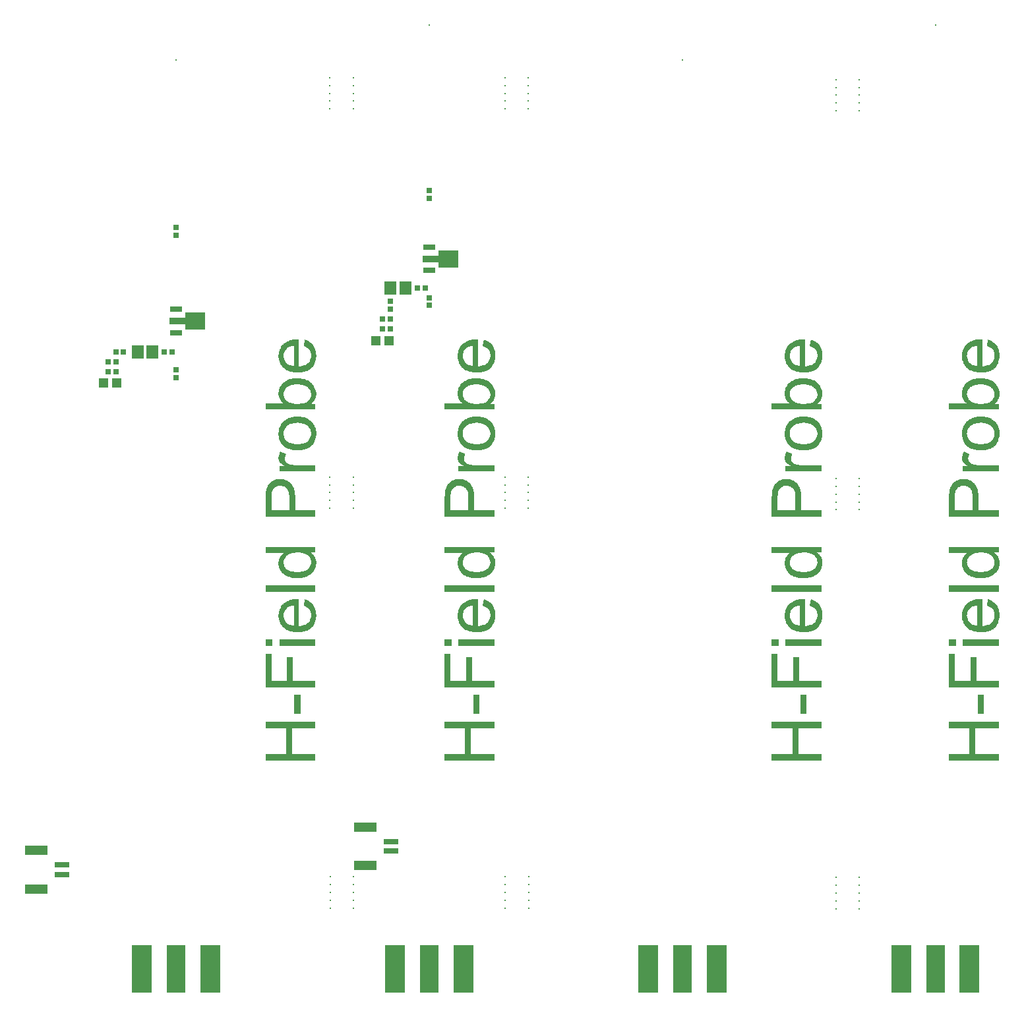
<source format=gts>
G04*
G04 #@! TF.GenerationSoftware,Altium Limited,Altium Designer,20.0.13 (296)*
G04*
G04 Layer_Color=8388736*
%FSLAX44Y44*%
%MOMM*%
G71*
G01*
G75*
%ADD14R,0.8032X0.7032*%
%ADD15R,2.2032X0.8532*%
%ADD16R,1.6032X0.7732*%
%ADD17R,2.6532X2.2032*%
%ADD18R,0.7032X0.8032*%
%ADD19R,1.5032X1.7032*%
%ADD20R,1.3032X1.2032*%
%ADD21R,2.6132X6.0932*%
%ADD22R,2.4932X6.0932*%
%ADD23R,3.0032X1.2032*%
%ADD24R,1.9032X0.8032*%
%ADD25C,0.2032*%
G36*
X1007780Y841425D02*
Y806707D01*
X1007873D01*
X1008150D01*
X1008521Y806799D01*
X1009076D01*
X1009724Y806892D01*
X1010465Y807077D01*
X1012132Y807355D01*
X1013983Y807910D01*
X1016020Y808651D01*
X1017872Y809669D01*
X1019538Y810966D01*
Y811058D01*
X1019723Y811151D01*
X1020186Y811706D01*
X1020834Y812540D01*
X1021482Y813651D01*
X1022223Y815132D01*
X1022871Y816798D01*
X1023334Y818650D01*
X1023427Y819668D01*
X1023519Y820779D01*
Y821520D01*
X1023427Y822353D01*
X1023241Y823372D01*
X1022964Y824483D01*
X1022593Y825779D01*
X1022038Y826982D01*
X1021297Y828186D01*
X1021205Y828279D01*
X1020834Y828742D01*
X1020279Y829297D01*
X1019538Y829945D01*
X1018520Y830686D01*
X1017224Y831519D01*
X1015742Y832352D01*
X1013983Y833093D01*
X1015002Y841240D01*
X1015094D01*
X1015279Y841148D01*
X1015650Y841055D01*
X1016205Y840870D01*
X1016761Y840592D01*
X1017501Y840314D01*
X1019075Y839574D01*
X1020834Y838648D01*
X1022686Y837352D01*
X1024445Y835870D01*
X1026112Y834019D01*
Y833926D01*
X1026297Y833741D01*
X1026482Y833463D01*
X1026760Y833093D01*
X1027037Y832537D01*
X1027315Y831982D01*
X1027685Y831241D01*
X1028056Y830408D01*
X1028426Y829482D01*
X1028796Y828556D01*
X1029352Y826242D01*
X1029815Y823650D01*
X1030000Y820779D01*
Y819761D01*
X1029907Y819113D01*
X1029815Y818280D01*
X1029630Y817261D01*
X1029445Y816150D01*
X1029259Y814947D01*
X1028519Y812354D01*
X1027963Y810966D01*
X1027408Y809669D01*
X1026667Y808281D01*
X1025834Y806984D01*
X1024908Y805781D01*
X1023797Y804577D01*
X1023704Y804485D01*
X1023519Y804300D01*
X1023149Y804022D01*
X1022593Y803652D01*
X1021945Y803189D01*
X1021205Y802726D01*
X1020279Y802170D01*
X1019260Y801615D01*
X1018057Y801059D01*
X1016761Y800504D01*
X1015279Y800041D01*
X1013705Y799578D01*
X1012039Y799208D01*
X1010187Y798930D01*
X1008243Y798745D01*
X1006206Y798652D01*
X1006114D01*
X1005651D01*
X1005095D01*
X1004262Y798745D01*
X1003243Y798837D01*
X1002132Y798930D01*
X1000836Y799115D01*
X999540Y799393D01*
X996578Y800133D01*
X995096Y800596D01*
X993522Y801152D01*
X992041Y801892D01*
X990652Y802726D01*
X989264Y803652D01*
X987967Y804670D01*
X987875Y804762D01*
X987690Y804948D01*
X987412Y805318D01*
X986949Y805781D01*
X986486Y806336D01*
X985930Y807077D01*
X985282Y807910D01*
X984727Y808929D01*
X984079Y809947D01*
X983523Y811151D01*
X982968Y812447D01*
X982505Y813836D01*
X982042Y815317D01*
X981764Y816891D01*
X981579Y818557D01*
X981487Y820316D01*
Y821242D01*
X981579Y821890D01*
X981672Y822631D01*
X981857Y823557D01*
X982042Y824575D01*
X982320Y825779D01*
X982598Y826890D01*
X983060Y828186D01*
X983523Y829390D01*
X984171Y830686D01*
X984912Y831982D01*
X985745Y833278D01*
X986764Y834482D01*
X987875Y835593D01*
X987967Y835685D01*
X988152Y835870D01*
X988523Y836148D01*
X989078Y836518D01*
X989726Y836981D01*
X990467Y837444D01*
X991393Y838000D01*
X992504Y838555D01*
X993707Y839111D01*
X995004Y839666D01*
X996485Y840129D01*
X998059Y840592D01*
X999818Y840963D01*
X1001670Y841240D01*
X1003614Y841425D01*
X1005743Y841518D01*
X1005836D01*
X1006206D01*
X1006854D01*
X1007780Y841425D01*
D02*
G37*
G36*
X1007039Y791523D02*
X1008058Y791431D01*
X1009169Y791338D01*
X1010465Y791153D01*
X1011854Y790875D01*
X1014816Y790134D01*
X1016390Y789671D01*
X1017872Y789116D01*
X1019445Y788468D01*
X1020834Y787635D01*
X1022223Y786709D01*
X1023519Y785690D01*
X1023612Y785598D01*
X1023797Y785413D01*
X1024075Y785135D01*
X1024538Y784672D01*
X1025001Y784024D01*
X1025556Y783376D01*
X1026112Y782635D01*
X1026760Y781709D01*
X1027315Y780691D01*
X1027963Y779672D01*
X1028982Y777173D01*
X1029445Y775877D01*
X1029722Y774488D01*
X1029907Y773007D01*
X1030000Y771525D01*
Y771155D01*
X1029907Y770692D01*
Y770136D01*
X1029815Y769488D01*
X1029630Y768655D01*
X1029167Y766804D01*
X1028796Y765785D01*
X1028334Y764767D01*
X1027778Y763656D01*
X1027130Y762637D01*
X1026297Y761526D01*
X1025371Y760508D01*
X1024352Y759582D01*
X1023149Y758656D01*
X1028982D01*
Y751342D01*
X964914D01*
Y759212D01*
X987782D01*
X987690Y759304D01*
X987504Y759397D01*
X987227Y759675D01*
X986764Y760137D01*
X986301Y760600D01*
X985745Y761156D01*
X985190Y761897D01*
X984634Y762637D01*
X983431Y764489D01*
X982505Y766618D01*
X982042Y767822D01*
X981764Y769118D01*
X981579Y770507D01*
X981487Y771896D01*
Y772636D01*
X981579Y773469D01*
X981672Y774488D01*
X981949Y775692D01*
X982227Y777080D01*
X982690Y778561D01*
X983246Y779950D01*
X983338Y780135D01*
X983523Y780598D01*
X983986Y781339D01*
X984542Y782172D01*
X985190Y783191D01*
X986023Y784209D01*
X987041Y785320D01*
X988152Y786246D01*
X988245Y786339D01*
X988708Y786616D01*
X989356Y787079D01*
X990189Y787635D01*
X991300Y788283D01*
X992596Y788931D01*
X994078Y789579D01*
X995652Y790134D01*
X995744D01*
X995837Y790227D01*
X996115Y790320D01*
X996392Y790412D01*
X997318Y790597D01*
X998522Y790875D01*
X999911Y791153D01*
X1001484Y791431D01*
X1003243Y791523D01*
X1005095Y791616D01*
X1005188D01*
X1005651D01*
X1006206D01*
X1007039Y791523D01*
D02*
G37*
G36*
X1007317Y742176D02*
X1008243Y742084D01*
X1009169D01*
X1010187Y741899D01*
X1012502Y741621D01*
X1014816Y741065D01*
X1017131Y740417D01*
X1019260Y739492D01*
X1019353D01*
X1019445Y739399D01*
X1019723Y739214D01*
X1020094Y739029D01*
X1021019Y738381D01*
X1022130Y737547D01*
X1023427Y736436D01*
X1024723Y735048D01*
X1026019Y733474D01*
X1027223Y731622D01*
Y731529D01*
X1027315Y731437D01*
X1027500Y731159D01*
X1027685Y730696D01*
X1027871Y730233D01*
X1028056Y729678D01*
X1028611Y728289D01*
X1029074Y726715D01*
X1029537Y724771D01*
X1029907Y722734D01*
X1030000Y720512D01*
Y719586D01*
X1029907Y718846D01*
X1029815Y718012D01*
X1029630Y717086D01*
X1029445Y715975D01*
X1029259Y714864D01*
X1028519Y712365D01*
X1027963Y710976D01*
X1027408Y709680D01*
X1026667Y708384D01*
X1025834Y707087D01*
X1024908Y705884D01*
X1023797Y704680D01*
X1023704Y704588D01*
X1023519Y704403D01*
X1023149Y704125D01*
X1022593Y703755D01*
X1021945Y703292D01*
X1021205Y702829D01*
X1020279Y702273D01*
X1019168Y701718D01*
X1017964Y701162D01*
X1016575Y700607D01*
X1015094Y700144D01*
X1013520Y699681D01*
X1011761Y699311D01*
X1009910Y699033D01*
X1007873Y698848D01*
X1005743Y698755D01*
X1005558D01*
X1005188D01*
X1004540Y698848D01*
X1003614D01*
X1002595Y698940D01*
X1001299Y699125D01*
X1000003Y699311D01*
X998522Y699681D01*
X997040Y700051D01*
X995467Y700514D01*
X993800Y701070D01*
X992226Y701810D01*
X990745Y702551D01*
X989264Y703569D01*
X987875Y704588D01*
X986671Y705884D01*
X986579Y705976D01*
X986486Y706162D01*
X986208Y706532D01*
X985838Y706995D01*
X985468Y707550D01*
X985005Y708291D01*
X984542Y709032D01*
X984079Y709958D01*
X983616Y710976D01*
X983153Y712087D01*
X982320Y714587D01*
X981672Y717457D01*
X981579Y718938D01*
X981487Y720512D01*
Y721438D01*
X981579Y722086D01*
X981672Y722919D01*
X981857Y723845D01*
X982042Y724863D01*
X982227Y726067D01*
X983060Y728567D01*
X983523Y729863D01*
X984171Y731159D01*
X984819Y732455D01*
X985745Y733751D01*
X986671Y734955D01*
X987782Y736159D01*
X987875Y736251D01*
X988060Y736436D01*
X988430Y736714D01*
X988893Y737084D01*
X989541Y737547D01*
X990374Y738103D01*
X991300Y738658D01*
X992319Y739214D01*
X993430Y739769D01*
X994818Y740325D01*
X996207Y740880D01*
X997781Y741343D01*
X999448Y741713D01*
X1001207Y741991D01*
X1003058Y742176D01*
X1005095Y742269D01*
X1005188D01*
X1005465D01*
X1005928D01*
X1006577D01*
X1007317Y742176D01*
D02*
G37*
G36*
X991300Y694126D02*
X991208Y694033D01*
X991022Y693663D01*
X990745Y693107D01*
X990467Y692367D01*
X990189Y691534D01*
X989911Y690515D01*
X989726Y689497D01*
X989634Y688478D01*
Y688015D01*
X989726Y687552D01*
X989819Y686904D01*
X990004Y686256D01*
X990282Y685423D01*
X990652Y684590D01*
X991208Y683849D01*
X991300Y683756D01*
X991485Y683479D01*
X991856Y683201D01*
X992319Y682738D01*
X992967Y682275D01*
X993707Y681812D01*
X994541Y681349D01*
X995559Y680979D01*
X995744Y680887D01*
X996300Y680794D01*
X997133Y680609D01*
X998244Y680331D01*
X999633Y680053D01*
X1001207Y679868D01*
X1002873Y679775D01*
X1004725Y679683D01*
X1028982D01*
Y671813D01*
X982505D01*
Y678942D01*
X989541D01*
X989449Y679035D01*
X988801Y679405D01*
X987967Y679868D01*
X986949Y680609D01*
X985930Y681349D01*
X984819Y682183D01*
X983894Y683016D01*
X983153Y683849D01*
X983060Y683942D01*
X982875Y684220D01*
X982598Y684775D01*
X982320Y685331D01*
X982042Y686071D01*
X981764Y686997D01*
X981579Y687923D01*
X981487Y688941D01*
Y689589D01*
X981579Y690423D01*
X981764Y691441D01*
X982135Y692645D01*
X982598Y693941D01*
X983246Y695422D01*
X984079Y696996D01*
X991300Y694126D01*
D02*
G37*
G36*
X984912Y662000D02*
X985560Y661907D01*
X986393Y661814D01*
X987319Y661629D01*
X988338Y661444D01*
X990467Y660796D01*
X991578Y660426D01*
X992782Y659870D01*
X993985Y659222D01*
X995096Y658574D01*
X996207Y657741D01*
X997318Y656815D01*
X997411Y656722D01*
X997596Y656537D01*
X997874Y656259D01*
X998151Y655797D01*
X998614Y655241D01*
X999077Y654500D01*
X999633Y653575D01*
X1000096Y652556D01*
X1000651Y651352D01*
X1001207Y649964D01*
X1001670Y648482D01*
X1002040Y646723D01*
X1002410Y644872D01*
X1002688Y642835D01*
X1002873Y640520D01*
X1002966Y638113D01*
Y621726D01*
X1028982D01*
Y613208D01*
X964914D01*
Y639502D01*
X965007Y640891D01*
X965099Y642465D01*
X965192Y644131D01*
X965377Y645705D01*
X965562Y647094D01*
Y647279D01*
X965747Y647927D01*
X965932Y648760D01*
X966210Y649871D01*
X966673Y651075D01*
X967229Y652371D01*
X967877Y653760D01*
X968617Y654963D01*
X968710Y655148D01*
X968988Y655519D01*
X969543Y656074D01*
X970191Y656815D01*
X971025Y657648D01*
X972136Y658481D01*
X973339Y659407D01*
X974728Y660148D01*
X974913Y660240D01*
X975376Y660426D01*
X976209Y660796D01*
X977320Y661166D01*
X978616Y661444D01*
X980098Y661814D01*
X981764Y662000D01*
X983523Y662092D01*
X983616D01*
X983894D01*
X984264D01*
X984912Y662000D01*
D02*
G37*
G36*
X1028982Y567472D02*
X1023149D01*
X1023241Y567380D01*
X1023427Y567287D01*
X1023797Y567009D01*
X1024260Y566639D01*
X1024723Y566176D01*
X1025278Y565621D01*
X1025926Y564973D01*
X1026574Y564139D01*
X1027223Y563306D01*
X1027871Y562380D01*
X1028426Y561269D01*
X1028889Y560066D01*
X1029352Y558862D01*
X1029722Y557473D01*
X1029907Y555992D01*
X1030000Y554418D01*
Y553863D01*
X1029907Y553492D01*
X1029815Y552381D01*
X1029630Y551085D01*
X1029259Y549511D01*
X1028704Y547752D01*
X1027963Y545993D01*
X1026945Y544234D01*
Y544141D01*
X1026760Y544049D01*
X1026389Y543493D01*
X1025649Y542660D01*
X1024723Y541642D01*
X1023519Y540438D01*
X1022038Y539235D01*
X1020371Y538031D01*
X1018427Y537012D01*
X1018335D01*
X1018149Y536920D01*
X1017872Y536827D01*
X1017501Y536642D01*
X1016946Y536457D01*
X1016298Y536179D01*
X1015650Y535994D01*
X1014816Y535809D01*
X1012965Y535346D01*
X1010835Y534883D01*
X1008428Y534605D01*
X1005836Y534513D01*
X1005743D01*
X1005558D01*
X1005188D01*
X1004632D01*
X1004077Y534605D01*
X1003336D01*
X1001670Y534790D01*
X999725Y535068D01*
X997596Y535531D01*
X995374Y536087D01*
X993244Y536827D01*
X993152D01*
X992967Y536920D01*
X992689Y537105D01*
X992319Y537290D01*
X991300Y537846D01*
X990004Y538586D01*
X988615Y539512D01*
X987227Y540716D01*
X985745Y542105D01*
X984542Y543771D01*
Y543864D01*
X984449Y543956D01*
X984264Y544234D01*
X984079Y544604D01*
X983616Y545530D01*
X982968Y546826D01*
X982412Y548308D01*
X981949Y550067D01*
X981579Y552011D01*
X981487Y554048D01*
Y554788D01*
X981579Y555529D01*
X981672Y556548D01*
X981949Y557751D01*
X982227Y559047D01*
X982690Y560343D01*
X983338Y561547D01*
X983431Y561732D01*
X983616Y562103D01*
X984079Y562658D01*
X984542Y563399D01*
X985190Y564324D01*
X986023Y565158D01*
X986856Y566084D01*
X987875Y566917D01*
X964914D01*
Y574786D01*
X1028982D01*
Y567472D01*
D02*
G37*
G36*
Y517385D02*
X964914D01*
Y525254D01*
X1028982D01*
Y517385D01*
D02*
G37*
G36*
X1007780Y507849D02*
Y473130D01*
X1007873D01*
X1008150D01*
X1008521Y473223D01*
X1009076D01*
X1009724Y473315D01*
X1010465Y473501D01*
X1012132Y473778D01*
X1013983Y474334D01*
X1016020Y475075D01*
X1017872Y476093D01*
X1019538Y477389D01*
Y477482D01*
X1019723Y477574D01*
X1020186Y478130D01*
X1020834Y478963D01*
X1021482Y480074D01*
X1022223Y481555D01*
X1022871Y483222D01*
X1023334Y485073D01*
X1023427Y486092D01*
X1023519Y487203D01*
Y487943D01*
X1023427Y488777D01*
X1023241Y489795D01*
X1022964Y490906D01*
X1022593Y492202D01*
X1022038Y493406D01*
X1021297Y494609D01*
X1021205Y494702D01*
X1020834Y495165D01*
X1020279Y495720D01*
X1019538Y496369D01*
X1018520Y497109D01*
X1017224Y497943D01*
X1015742Y498776D01*
X1013983Y499516D01*
X1015002Y507664D01*
X1015094D01*
X1015279Y507571D01*
X1015650Y507478D01*
X1016205Y507293D01*
X1016761Y507016D01*
X1017501Y506738D01*
X1019075Y505997D01*
X1020834Y505071D01*
X1022686Y503775D01*
X1024445Y502294D01*
X1026112Y500442D01*
Y500350D01*
X1026297Y500164D01*
X1026482Y499887D01*
X1026760Y499516D01*
X1027037Y498961D01*
X1027315Y498405D01*
X1027685Y497665D01*
X1028056Y496832D01*
X1028426Y495906D01*
X1028796Y494980D01*
X1029352Y492665D01*
X1029815Y490073D01*
X1030000Y487203D01*
Y486184D01*
X1029907Y485536D01*
X1029815Y484703D01*
X1029630Y483685D01*
X1029445Y482574D01*
X1029259Y481370D01*
X1028519Y478778D01*
X1027963Y477389D01*
X1027408Y476093D01*
X1026667Y474704D01*
X1025834Y473408D01*
X1024908Y472204D01*
X1023797Y471001D01*
X1023704Y470908D01*
X1023519Y470723D01*
X1023149Y470445D01*
X1022593Y470075D01*
X1021945Y469612D01*
X1021205Y469149D01*
X1020279Y468594D01*
X1019260Y468038D01*
X1018057Y467483D01*
X1016761Y466927D01*
X1015279Y466464D01*
X1013705Y466001D01*
X1012039Y465631D01*
X1010187Y465353D01*
X1008243Y465168D01*
X1006206Y465075D01*
X1006114D01*
X1005651D01*
X1005095D01*
X1004262Y465168D01*
X1003243Y465261D01*
X1002132Y465353D01*
X1000836Y465538D01*
X999540Y465816D01*
X996578Y466557D01*
X995096Y467020D01*
X993522Y467575D01*
X992041Y468316D01*
X990652Y469149D01*
X989264Y470075D01*
X987967Y471093D01*
X987875Y471186D01*
X987690Y471371D01*
X987412Y471741D01*
X986949Y472204D01*
X986486Y472760D01*
X985930Y473501D01*
X985282Y474334D01*
X984727Y475352D01*
X984079Y476371D01*
X983523Y477574D01*
X982968Y478870D01*
X982505Y480259D01*
X982042Y481740D01*
X981764Y483314D01*
X981579Y484981D01*
X981487Y486740D01*
Y487666D01*
X981579Y488314D01*
X981672Y489054D01*
X981857Y489980D01*
X982042Y490999D01*
X982320Y492202D01*
X982598Y493313D01*
X983060Y494609D01*
X983523Y495813D01*
X984171Y497109D01*
X984912Y498405D01*
X985745Y499701D01*
X986764Y500905D01*
X987875Y502016D01*
X987967Y502109D01*
X988152Y502294D01*
X988523Y502572D01*
X989078Y502942D01*
X989726Y503405D01*
X990467Y503868D01*
X991393Y504423D01*
X992504Y504979D01*
X993708Y505534D01*
X995004Y506090D01*
X996485Y506553D01*
X998059Y507016D01*
X999818Y507386D01*
X1001670Y507664D01*
X1003614Y507849D01*
X1005743Y507941D01*
X1005836D01*
X1006206D01*
X1006854D01*
X1007780Y507849D01*
D02*
G37*
G36*
X1028982Y447855D02*
X982505D01*
Y455725D01*
X1028982D01*
Y447855D01*
D02*
G37*
G36*
X973895D02*
X964914D01*
Y455725D01*
X973895D01*
Y447855D01*
D02*
G37*
G36*
X972506Y403045D02*
X992319D01*
Y433134D01*
X999911D01*
Y403045D01*
X1028982D01*
Y394527D01*
X964914D01*
Y437856D01*
X972506D01*
Y403045D01*
D02*
G37*
G36*
X1009724Y360179D02*
X1001855D01*
Y384528D01*
X1009724D01*
Y360179D01*
D02*
G37*
G36*
X1028982Y341662D02*
X998800D01*
Y308518D01*
X1028982D01*
Y300000D01*
X964914D01*
Y308518D01*
X991208D01*
Y341662D01*
X964914D01*
Y350180D01*
X1028982D01*
Y341662D01*
D02*
G37*
G36*
X1235280Y841425D02*
Y806707D01*
X1235373D01*
X1235650D01*
X1236021Y806799D01*
X1236576D01*
X1237224Y806892D01*
X1237965Y807077D01*
X1239632Y807355D01*
X1241483Y807910D01*
X1243520Y808651D01*
X1245372Y809669D01*
X1247038Y810966D01*
Y811058D01*
X1247223Y811151D01*
X1247686Y811706D01*
X1248334Y812540D01*
X1248982Y813651D01*
X1249723Y815132D01*
X1250371Y816798D01*
X1250834Y818650D01*
X1250927Y819668D01*
X1251019Y820779D01*
Y821520D01*
X1250927Y822353D01*
X1250741Y823372D01*
X1250464Y824483D01*
X1250093Y825779D01*
X1249538Y826982D01*
X1248797Y828186D01*
X1248705Y828279D01*
X1248334Y828742D01*
X1247779Y829297D01*
X1247038Y829945D01*
X1246020Y830686D01*
X1244724Y831519D01*
X1243242Y832352D01*
X1241483Y833093D01*
X1242502Y841240D01*
X1242594D01*
X1242779Y841148D01*
X1243150Y841055D01*
X1243705Y840870D01*
X1244261Y840592D01*
X1245001Y840314D01*
X1246575Y839574D01*
X1248334Y838648D01*
X1250186Y837352D01*
X1251945Y835870D01*
X1253612Y834019D01*
Y833926D01*
X1253797Y833741D01*
X1253982Y833463D01*
X1254260Y833093D01*
X1254537Y832537D01*
X1254815Y831982D01*
X1255185Y831241D01*
X1255556Y830408D01*
X1255926Y829482D01*
X1256296Y828556D01*
X1256852Y826242D01*
X1257315Y823650D01*
X1257500Y820779D01*
Y819761D01*
X1257407Y819113D01*
X1257315Y818280D01*
X1257130Y817261D01*
X1256945Y816150D01*
X1256759Y814947D01*
X1256019Y812354D01*
X1255463Y810966D01*
X1254908Y809669D01*
X1254167Y808281D01*
X1253334Y806984D01*
X1252408Y805781D01*
X1251297Y804577D01*
X1251204Y804485D01*
X1251019Y804300D01*
X1250649Y804022D01*
X1250093Y803652D01*
X1249445Y803189D01*
X1248705Y802726D01*
X1247779Y802170D01*
X1246760Y801615D01*
X1245557Y801059D01*
X1244261Y800504D01*
X1242779Y800041D01*
X1241205Y799578D01*
X1239539Y799208D01*
X1237687Y798930D01*
X1235743Y798745D01*
X1233706Y798652D01*
X1233614D01*
X1233151D01*
X1232595D01*
X1231762Y798745D01*
X1230743Y798837D01*
X1229632Y798930D01*
X1228336Y799115D01*
X1227040Y799393D01*
X1224078Y800133D01*
X1222596Y800596D01*
X1221022Y801152D01*
X1219541Y801892D01*
X1218152Y802726D01*
X1216764Y803652D01*
X1215467Y804670D01*
X1215375Y804762D01*
X1215190Y804948D01*
X1214912Y805318D01*
X1214449Y805781D01*
X1213986Y806336D01*
X1213430Y807077D01*
X1212782Y807910D01*
X1212227Y808929D01*
X1211579Y809947D01*
X1211023Y811151D01*
X1210468Y812447D01*
X1210005Y813836D01*
X1209542Y815317D01*
X1209264Y816891D01*
X1209079Y818557D01*
X1208987Y820316D01*
Y821242D01*
X1209079Y821890D01*
X1209172Y822631D01*
X1209357Y823557D01*
X1209542Y824575D01*
X1209820Y825779D01*
X1210098Y826890D01*
X1210560Y828186D01*
X1211023Y829390D01*
X1211671Y830686D01*
X1212412Y831982D01*
X1213245Y833278D01*
X1214264Y834482D01*
X1215375Y835593D01*
X1215467Y835685D01*
X1215652Y835870D01*
X1216023Y836148D01*
X1216578Y836518D01*
X1217226Y836981D01*
X1217967Y837444D01*
X1218893Y838000D01*
X1220004Y838555D01*
X1221207Y839111D01*
X1222504Y839666D01*
X1223985Y840129D01*
X1225559Y840592D01*
X1227318Y840963D01*
X1229170Y841240D01*
X1231114Y841425D01*
X1233243Y841518D01*
X1233336D01*
X1233706D01*
X1234354D01*
X1235280Y841425D01*
D02*
G37*
G36*
X1234539Y791523D02*
X1235558Y791431D01*
X1236669Y791338D01*
X1237965Y791153D01*
X1239354Y790875D01*
X1242316Y790134D01*
X1243890Y789671D01*
X1245372Y789116D01*
X1246945Y788468D01*
X1248334Y787635D01*
X1249723Y786709D01*
X1251019Y785690D01*
X1251112Y785598D01*
X1251297Y785413D01*
X1251575Y785135D01*
X1252038Y784672D01*
X1252501Y784024D01*
X1253056Y783376D01*
X1253612Y782635D01*
X1254260Y781709D01*
X1254815Y780691D01*
X1255463Y779672D01*
X1256482Y777173D01*
X1256945Y775877D01*
X1257222Y774488D01*
X1257407Y773007D01*
X1257500Y771525D01*
Y771155D01*
X1257407Y770692D01*
Y770136D01*
X1257315Y769488D01*
X1257130Y768655D01*
X1256667Y766804D01*
X1256296Y765785D01*
X1255834Y764767D01*
X1255278Y763656D01*
X1254630Y762637D01*
X1253797Y761526D01*
X1252871Y760508D01*
X1251852Y759582D01*
X1250649Y758656D01*
X1256482D01*
Y751342D01*
X1192414D01*
Y759212D01*
X1215282D01*
X1215190Y759304D01*
X1215004Y759397D01*
X1214727Y759675D01*
X1214264Y760137D01*
X1213801Y760600D01*
X1213245Y761156D01*
X1212690Y761897D01*
X1212134Y762637D01*
X1210931Y764489D01*
X1210005Y766618D01*
X1209542Y767822D01*
X1209264Y769118D01*
X1209079Y770507D01*
X1208987Y771896D01*
Y772636D01*
X1209079Y773469D01*
X1209172Y774488D01*
X1209449Y775692D01*
X1209727Y777080D01*
X1210190Y778561D01*
X1210746Y779950D01*
X1210838Y780135D01*
X1211023Y780598D01*
X1211486Y781339D01*
X1212042Y782172D01*
X1212690Y783191D01*
X1213523Y784209D01*
X1214541Y785320D01*
X1215652Y786246D01*
X1215745Y786339D01*
X1216208Y786616D01*
X1216856Y787079D01*
X1217689Y787635D01*
X1218800Y788283D01*
X1220096Y788931D01*
X1221578Y789579D01*
X1223152Y790134D01*
X1223244D01*
X1223337Y790227D01*
X1223615Y790320D01*
X1223892Y790412D01*
X1224818Y790597D01*
X1226022Y790875D01*
X1227411Y791153D01*
X1228984Y791431D01*
X1230743Y791523D01*
X1232595Y791616D01*
X1232688D01*
X1233151D01*
X1233706D01*
X1234539Y791523D01*
D02*
G37*
G36*
X1234817Y742176D02*
X1235743Y742084D01*
X1236669D01*
X1237687Y741899D01*
X1240002Y741621D01*
X1242316Y741065D01*
X1244631Y740417D01*
X1246760Y739492D01*
X1246853D01*
X1246945Y739399D01*
X1247223Y739214D01*
X1247594Y739029D01*
X1248519Y738381D01*
X1249630Y737547D01*
X1250927Y736436D01*
X1252223Y735048D01*
X1253519Y733474D01*
X1254723Y731622D01*
Y731529D01*
X1254815Y731437D01*
X1255000Y731159D01*
X1255185Y730696D01*
X1255371Y730233D01*
X1255556Y729678D01*
X1256111Y728289D01*
X1256574Y726715D01*
X1257037Y724771D01*
X1257407Y722734D01*
X1257500Y720512D01*
Y719586D01*
X1257407Y718846D01*
X1257315Y718012D01*
X1257130Y717086D01*
X1256945Y715975D01*
X1256759Y714864D01*
X1256019Y712365D01*
X1255463Y710976D01*
X1254908Y709680D01*
X1254167Y708384D01*
X1253334Y707087D01*
X1252408Y705884D01*
X1251297Y704680D01*
X1251204Y704588D01*
X1251019Y704403D01*
X1250649Y704125D01*
X1250093Y703755D01*
X1249445Y703292D01*
X1248705Y702829D01*
X1247779Y702273D01*
X1246668Y701718D01*
X1245464Y701162D01*
X1244075Y700607D01*
X1242594Y700144D01*
X1241020Y699681D01*
X1239261Y699311D01*
X1237410Y699033D01*
X1235373Y698848D01*
X1233243Y698755D01*
X1233058D01*
X1232688D01*
X1232040Y698848D01*
X1231114D01*
X1230095Y698940D01*
X1228799Y699125D01*
X1227503Y699311D01*
X1226022Y699681D01*
X1224540Y700051D01*
X1222967Y700514D01*
X1221300Y701070D01*
X1219726Y701810D01*
X1218245Y702551D01*
X1216764Y703569D01*
X1215375Y704588D01*
X1214171Y705884D01*
X1214079Y705976D01*
X1213986Y706162D01*
X1213708Y706532D01*
X1213338Y706995D01*
X1212968Y707550D01*
X1212505Y708291D01*
X1212042Y709032D01*
X1211579Y709958D01*
X1211116Y710976D01*
X1210653Y712087D01*
X1209820Y714587D01*
X1209172Y717457D01*
X1209079Y718938D01*
X1208987Y720512D01*
Y721438D01*
X1209079Y722086D01*
X1209172Y722919D01*
X1209357Y723845D01*
X1209542Y724863D01*
X1209727Y726067D01*
X1210560Y728567D01*
X1211023Y729863D01*
X1211671Y731159D01*
X1212319Y732455D01*
X1213245Y733751D01*
X1214171Y734955D01*
X1215282Y736159D01*
X1215375Y736251D01*
X1215560Y736436D01*
X1215930Y736714D01*
X1216393Y737084D01*
X1217041Y737547D01*
X1217875Y738103D01*
X1218800Y738658D01*
X1219819Y739214D01*
X1220930Y739769D01*
X1222318Y740325D01*
X1223707Y740880D01*
X1225281Y741343D01*
X1226948Y741713D01*
X1228707Y741991D01*
X1230558Y742176D01*
X1232595Y742269D01*
X1232688D01*
X1232965D01*
X1233428D01*
X1234077D01*
X1234817Y742176D01*
D02*
G37*
G36*
X1218800Y694126D02*
X1218708Y694033D01*
X1218522Y693663D01*
X1218245Y693107D01*
X1217967Y692367D01*
X1217689Y691534D01*
X1217411Y690515D01*
X1217226Y689497D01*
X1217134Y688478D01*
Y688015D01*
X1217226Y687552D01*
X1217319Y686904D01*
X1217504Y686256D01*
X1217782Y685423D01*
X1218152Y684590D01*
X1218708Y683849D01*
X1218800Y683756D01*
X1218985Y683479D01*
X1219356Y683201D01*
X1219819Y682738D01*
X1220467Y682275D01*
X1221207Y681812D01*
X1222041Y681349D01*
X1223059Y680979D01*
X1223244Y680887D01*
X1223800Y680794D01*
X1224633Y680609D01*
X1225744Y680331D01*
X1227133Y680053D01*
X1228707Y679868D01*
X1230373Y679775D01*
X1232225Y679683D01*
X1256482D01*
Y671813D01*
X1210005D01*
Y678942D01*
X1217041D01*
X1216949Y679035D01*
X1216301Y679405D01*
X1215467Y679868D01*
X1214449Y680609D01*
X1213430Y681349D01*
X1212319Y682183D01*
X1211394Y683016D01*
X1210653Y683849D01*
X1210560Y683942D01*
X1210375Y684220D01*
X1210098Y684775D01*
X1209820Y685331D01*
X1209542Y686071D01*
X1209264Y686997D01*
X1209079Y687923D01*
X1208987Y688941D01*
Y689589D01*
X1209079Y690423D01*
X1209264Y691441D01*
X1209635Y692645D01*
X1210098Y693941D01*
X1210746Y695422D01*
X1211579Y696996D01*
X1218800Y694126D01*
D02*
G37*
G36*
X1212412Y662000D02*
X1213060Y661907D01*
X1213893Y661814D01*
X1214819Y661629D01*
X1215838Y661444D01*
X1217967Y660796D01*
X1219078Y660426D01*
X1220282Y659870D01*
X1221485Y659222D01*
X1222596Y658574D01*
X1223707Y657741D01*
X1224818Y656815D01*
X1224911Y656722D01*
X1225096Y656537D01*
X1225374Y656259D01*
X1225651Y655797D01*
X1226114Y655241D01*
X1226577Y654500D01*
X1227133Y653575D01*
X1227596Y652556D01*
X1228151Y651352D01*
X1228707Y649964D01*
X1229170Y648482D01*
X1229540Y646723D01*
X1229910Y644872D01*
X1230188Y642835D01*
X1230373Y640520D01*
X1230466Y638113D01*
Y621726D01*
X1256482D01*
Y613208D01*
X1192414D01*
Y639502D01*
X1192507Y640891D01*
X1192599Y642465D01*
X1192692Y644131D01*
X1192877Y645705D01*
X1193062Y647094D01*
Y647279D01*
X1193247Y647927D01*
X1193432Y648760D01*
X1193710Y649871D01*
X1194173Y651075D01*
X1194729Y652371D01*
X1195377Y653760D01*
X1196117Y654963D01*
X1196210Y655148D01*
X1196488Y655519D01*
X1197043Y656074D01*
X1197691Y656815D01*
X1198525Y657648D01*
X1199636Y658481D01*
X1200839Y659407D01*
X1202228Y660148D01*
X1202413Y660240D01*
X1202876Y660426D01*
X1203709Y660796D01*
X1204820Y661166D01*
X1206116Y661444D01*
X1207598Y661814D01*
X1209264Y662000D01*
X1211023Y662092D01*
X1211116D01*
X1211394D01*
X1211764D01*
X1212412Y662000D01*
D02*
G37*
G36*
X1256482Y567472D02*
X1250649D01*
X1250741Y567380D01*
X1250927Y567287D01*
X1251297Y567009D01*
X1251760Y566639D01*
X1252223Y566176D01*
X1252778Y565621D01*
X1253426Y564973D01*
X1254074Y564139D01*
X1254723Y563306D01*
X1255371Y562380D01*
X1255926Y561269D01*
X1256389Y560066D01*
X1256852Y558862D01*
X1257222Y557473D01*
X1257407Y555992D01*
X1257500Y554418D01*
Y553863D01*
X1257407Y553492D01*
X1257315Y552381D01*
X1257130Y551085D01*
X1256759Y549511D01*
X1256204Y547752D01*
X1255463Y545993D01*
X1254445Y544234D01*
Y544141D01*
X1254260Y544049D01*
X1253889Y543493D01*
X1253149Y542660D01*
X1252223Y541642D01*
X1251019Y540438D01*
X1249538Y539235D01*
X1247871Y538031D01*
X1245927Y537012D01*
X1245835D01*
X1245649Y536920D01*
X1245372Y536827D01*
X1245001Y536642D01*
X1244446Y536457D01*
X1243798Y536179D01*
X1243150Y535994D01*
X1242316Y535809D01*
X1240465Y535346D01*
X1238335Y534883D01*
X1235928Y534605D01*
X1233336Y534513D01*
X1233243D01*
X1233058D01*
X1232688D01*
X1232132D01*
X1231577Y534605D01*
X1230836D01*
X1229170Y534790D01*
X1227225Y535068D01*
X1225096Y535531D01*
X1222874Y536087D01*
X1220744Y536827D01*
X1220652D01*
X1220467Y536920D01*
X1220189Y537105D01*
X1219819Y537290D01*
X1218800Y537846D01*
X1217504Y538586D01*
X1216115Y539512D01*
X1214727Y540716D01*
X1213245Y542105D01*
X1212042Y543771D01*
Y543864D01*
X1211949Y543956D01*
X1211764Y544234D01*
X1211579Y544604D01*
X1211116Y545530D01*
X1210468Y546826D01*
X1209912Y548308D01*
X1209449Y550067D01*
X1209079Y552011D01*
X1208987Y554048D01*
Y554788D01*
X1209079Y555529D01*
X1209172Y556548D01*
X1209449Y557751D01*
X1209727Y559047D01*
X1210190Y560343D01*
X1210838Y561547D01*
X1210931Y561732D01*
X1211116Y562103D01*
X1211579Y562658D01*
X1212042Y563399D01*
X1212690Y564324D01*
X1213523Y565158D01*
X1214356Y566084D01*
X1215375Y566917D01*
X1192414D01*
Y574786D01*
X1256482D01*
Y567472D01*
D02*
G37*
G36*
Y517385D02*
X1192414D01*
Y525254D01*
X1256482D01*
Y517385D01*
D02*
G37*
G36*
X1235280Y507849D02*
Y473130D01*
X1235373D01*
X1235650D01*
X1236021Y473223D01*
X1236576D01*
X1237224Y473315D01*
X1237965Y473501D01*
X1239632Y473778D01*
X1241483Y474334D01*
X1243520Y475075D01*
X1245372Y476093D01*
X1247038Y477389D01*
Y477482D01*
X1247223Y477574D01*
X1247686Y478130D01*
X1248334Y478963D01*
X1248982Y480074D01*
X1249723Y481555D01*
X1250371Y483222D01*
X1250834Y485073D01*
X1250927Y486092D01*
X1251019Y487203D01*
Y487943D01*
X1250927Y488777D01*
X1250741Y489795D01*
X1250464Y490906D01*
X1250093Y492202D01*
X1249538Y493406D01*
X1248797Y494609D01*
X1248705Y494702D01*
X1248334Y495165D01*
X1247779Y495720D01*
X1247038Y496369D01*
X1246020Y497109D01*
X1244724Y497943D01*
X1243242Y498776D01*
X1241483Y499516D01*
X1242502Y507664D01*
X1242594D01*
X1242779Y507571D01*
X1243150Y507478D01*
X1243705Y507293D01*
X1244261Y507016D01*
X1245001Y506738D01*
X1246575Y505997D01*
X1248334Y505071D01*
X1250186Y503775D01*
X1251945Y502294D01*
X1253612Y500442D01*
Y500350D01*
X1253797Y500164D01*
X1253982Y499887D01*
X1254260Y499516D01*
X1254537Y498961D01*
X1254815Y498405D01*
X1255185Y497665D01*
X1255556Y496832D01*
X1255926Y495906D01*
X1256296Y494980D01*
X1256852Y492665D01*
X1257315Y490073D01*
X1257500Y487203D01*
Y486184D01*
X1257407Y485536D01*
X1257315Y484703D01*
X1257130Y483685D01*
X1256945Y482574D01*
X1256759Y481370D01*
X1256019Y478778D01*
X1255463Y477389D01*
X1254908Y476093D01*
X1254167Y474704D01*
X1253334Y473408D01*
X1252408Y472204D01*
X1251297Y471001D01*
X1251204Y470908D01*
X1251019Y470723D01*
X1250649Y470445D01*
X1250093Y470075D01*
X1249445Y469612D01*
X1248705Y469149D01*
X1247779Y468594D01*
X1246760Y468038D01*
X1245557Y467483D01*
X1244261Y466927D01*
X1242779Y466464D01*
X1241205Y466001D01*
X1239539Y465631D01*
X1237687Y465353D01*
X1235743Y465168D01*
X1233706Y465075D01*
X1233614D01*
X1233151D01*
X1232595D01*
X1231762Y465168D01*
X1230743Y465261D01*
X1229632Y465353D01*
X1228336Y465538D01*
X1227040Y465816D01*
X1224078Y466557D01*
X1222596Y467020D01*
X1221022Y467575D01*
X1219541Y468316D01*
X1218152Y469149D01*
X1216764Y470075D01*
X1215467Y471093D01*
X1215375Y471186D01*
X1215190Y471371D01*
X1214912Y471741D01*
X1214449Y472204D01*
X1213986Y472760D01*
X1213430Y473501D01*
X1212782Y474334D01*
X1212227Y475352D01*
X1211579Y476371D01*
X1211023Y477574D01*
X1210468Y478870D01*
X1210005Y480259D01*
X1209542Y481740D01*
X1209264Y483314D01*
X1209079Y484981D01*
X1208987Y486740D01*
Y487666D01*
X1209079Y488314D01*
X1209172Y489054D01*
X1209357Y489980D01*
X1209542Y490999D01*
X1209820Y492202D01*
X1210098Y493313D01*
X1210560Y494609D01*
X1211023Y495813D01*
X1211671Y497109D01*
X1212412Y498405D01*
X1213245Y499701D01*
X1214264Y500905D01*
X1215375Y502016D01*
X1215467Y502109D01*
X1215652Y502294D01*
X1216023Y502572D01*
X1216578Y502942D01*
X1217226Y503405D01*
X1217967Y503868D01*
X1218893Y504423D01*
X1220004Y504979D01*
X1221208Y505534D01*
X1222504Y506090D01*
X1223985Y506553D01*
X1225559Y507016D01*
X1227318Y507386D01*
X1229170Y507664D01*
X1231114Y507849D01*
X1233243Y507941D01*
X1233336D01*
X1233706D01*
X1234354D01*
X1235280Y507849D01*
D02*
G37*
G36*
X1256482Y447855D02*
X1210005D01*
Y455725D01*
X1256482D01*
Y447855D01*
D02*
G37*
G36*
X1201395D02*
X1192414D01*
Y455725D01*
X1201395D01*
Y447855D01*
D02*
G37*
G36*
X1200006Y403045D02*
X1219819D01*
Y433134D01*
X1227411D01*
Y403045D01*
X1256482D01*
Y394527D01*
X1192414D01*
Y437856D01*
X1200006D01*
Y403045D01*
D02*
G37*
G36*
X1237224Y360179D02*
X1229355D01*
Y384528D01*
X1237224D01*
Y360179D01*
D02*
G37*
G36*
X1256482Y341662D02*
X1226300D01*
Y308518D01*
X1256482D01*
Y300000D01*
X1192414D01*
Y308518D01*
X1218708D01*
Y341662D01*
X1192414D01*
Y350180D01*
X1256482D01*
Y341662D01*
D02*
G37*
G36*
X587780Y841425D02*
Y806707D01*
X587873D01*
X588150D01*
X588521Y806799D01*
X589076D01*
X589724Y806892D01*
X590465Y807077D01*
X592132Y807355D01*
X593983Y807910D01*
X596020Y808651D01*
X597872Y809669D01*
X599538Y810966D01*
Y811058D01*
X599723Y811151D01*
X600186Y811706D01*
X600834Y812540D01*
X601482Y813651D01*
X602223Y815132D01*
X602871Y816798D01*
X603334Y818650D01*
X603427Y819668D01*
X603519Y820779D01*
Y821520D01*
X603427Y822353D01*
X603241Y823372D01*
X602964Y824483D01*
X602593Y825779D01*
X602038Y826982D01*
X601297Y828186D01*
X601205Y828279D01*
X600834Y828742D01*
X600279Y829297D01*
X599538Y829945D01*
X598520Y830686D01*
X597224Y831519D01*
X595742Y832352D01*
X593983Y833093D01*
X595001Y841240D01*
X595094D01*
X595279Y841148D01*
X595650Y841055D01*
X596205Y840870D01*
X596761Y840592D01*
X597501Y840314D01*
X599075Y839574D01*
X600834Y838648D01*
X602686Y837352D01*
X604445Y835870D01*
X606111Y834019D01*
Y833926D01*
X606297Y833741D01*
X606482Y833463D01*
X606760Y833093D01*
X607037Y832537D01*
X607315Y831982D01*
X607685Y831241D01*
X608056Y830408D01*
X608426Y829482D01*
X608796Y828556D01*
X609352Y826242D01*
X609815Y823650D01*
X610000Y820779D01*
Y819761D01*
X609907Y819113D01*
X609815Y818280D01*
X609630Y817261D01*
X609445Y816150D01*
X609259Y814947D01*
X608519Y812354D01*
X607963Y810966D01*
X607408Y809669D01*
X606667Y808281D01*
X605834Y806984D01*
X604908Y805781D01*
X603797Y804577D01*
X603704Y804485D01*
X603519Y804300D01*
X603149Y804022D01*
X602593Y803652D01*
X601945Y803189D01*
X601205Y802726D01*
X600279Y802170D01*
X599260Y801615D01*
X598057Y801059D01*
X596761Y800504D01*
X595279Y800041D01*
X593705Y799578D01*
X592039Y799208D01*
X590187Y798930D01*
X588243Y798745D01*
X586206Y798652D01*
X586114D01*
X585651D01*
X585095D01*
X584262Y798745D01*
X583243Y798837D01*
X582132Y798930D01*
X580836Y799115D01*
X579540Y799393D01*
X576577Y800133D01*
X575096Y800596D01*
X573522Y801152D01*
X572041Y801892D01*
X570652Y802726D01*
X569263Y803652D01*
X567967Y804670D01*
X567875Y804762D01*
X567690Y804948D01*
X567412Y805318D01*
X566949Y805781D01*
X566486Y806336D01*
X565930Y807077D01*
X565282Y807910D01*
X564727Y808929D01*
X564079Y809947D01*
X563523Y811151D01*
X562968Y812447D01*
X562505Y813836D01*
X562042Y815317D01*
X561764Y816891D01*
X561579Y818557D01*
X561487Y820316D01*
Y821242D01*
X561579Y821890D01*
X561672Y822631D01*
X561857Y823557D01*
X562042Y824575D01*
X562320Y825779D01*
X562598Y826890D01*
X563060Y828186D01*
X563523Y829390D01*
X564171Y830686D01*
X564912Y831982D01*
X565745Y833278D01*
X566764Y834482D01*
X567875Y835593D01*
X567967Y835685D01*
X568153Y835870D01*
X568523Y836148D01*
X569078Y836518D01*
X569726Y836981D01*
X570467Y837444D01*
X571393Y838000D01*
X572504Y838555D01*
X573707Y839111D01*
X575004Y839666D01*
X576485Y840129D01*
X578059Y840592D01*
X579818Y840963D01*
X581670Y841240D01*
X583614Y841425D01*
X585743Y841518D01*
X585836D01*
X586206D01*
X586854D01*
X587780Y841425D01*
D02*
G37*
G36*
X587039Y791523D02*
X588058Y791431D01*
X589169Y791338D01*
X590465Y791153D01*
X591854Y790875D01*
X594816Y790134D01*
X596390Y789671D01*
X597872Y789116D01*
X599445Y788468D01*
X600834Y787635D01*
X602223Y786709D01*
X603519Y785690D01*
X603612Y785598D01*
X603797Y785413D01*
X604075Y785135D01*
X604538Y784672D01*
X605000Y784024D01*
X605556Y783376D01*
X606111Y782635D01*
X606760Y781709D01*
X607315Y780691D01*
X607963Y779672D01*
X608982Y777173D01*
X609445Y775877D01*
X609722Y774488D01*
X609907Y773007D01*
X610000Y771525D01*
Y771155D01*
X609907Y770692D01*
Y770136D01*
X609815Y769488D01*
X609630Y768655D01*
X609167Y766804D01*
X608796Y765785D01*
X608334Y764767D01*
X607778Y763656D01*
X607130Y762637D01*
X606297Y761526D01*
X605371Y760508D01*
X604352Y759582D01*
X603149Y758656D01*
X608982D01*
Y751342D01*
X544914D01*
Y759212D01*
X567782D01*
X567690Y759304D01*
X567504Y759397D01*
X567227Y759675D01*
X566764Y760137D01*
X566301Y760600D01*
X565745Y761156D01*
X565190Y761897D01*
X564634Y762637D01*
X563431Y764489D01*
X562505Y766618D01*
X562042Y767822D01*
X561764Y769118D01*
X561579Y770507D01*
X561487Y771896D01*
Y772636D01*
X561579Y773469D01*
X561672Y774488D01*
X561949Y775692D01*
X562227Y777080D01*
X562690Y778561D01*
X563246Y779950D01*
X563338Y780135D01*
X563523Y780598D01*
X563986Y781339D01*
X564542Y782172D01*
X565190Y783191D01*
X566023Y784209D01*
X567042Y785320D01*
X568153Y786246D01*
X568245Y786339D01*
X568708Y786616D01*
X569356Y787079D01*
X570189Y787635D01*
X571300Y788283D01*
X572596Y788931D01*
X574078Y789579D01*
X575652Y790134D01*
X575744D01*
X575837Y790227D01*
X576115Y790320D01*
X576392Y790412D01*
X577318Y790597D01*
X578522Y790875D01*
X579911Y791153D01*
X581484Y791431D01*
X583243Y791523D01*
X585095Y791616D01*
X585188D01*
X585651D01*
X586206D01*
X587039Y791523D01*
D02*
G37*
G36*
X587317Y742176D02*
X588243Y742084D01*
X589169D01*
X590187Y741899D01*
X592502Y741621D01*
X594816Y741065D01*
X597131Y740417D01*
X599260Y739492D01*
X599353D01*
X599445Y739399D01*
X599723Y739214D01*
X600094Y739029D01*
X601019Y738381D01*
X602130Y737547D01*
X603427Y736436D01*
X604723Y735048D01*
X606019Y733474D01*
X607223Y731622D01*
Y731529D01*
X607315Y731437D01*
X607500Y731159D01*
X607685Y730696D01*
X607871Y730233D01*
X608056Y729678D01*
X608611Y728289D01*
X609074Y726715D01*
X609537Y724771D01*
X609907Y722734D01*
X610000Y720512D01*
Y719586D01*
X609907Y718846D01*
X609815Y718012D01*
X609630Y717086D01*
X609445Y715975D01*
X609259Y714864D01*
X608519Y712365D01*
X607963Y710976D01*
X607408Y709680D01*
X606667Y708384D01*
X605834Y707087D01*
X604908Y705884D01*
X603797Y704680D01*
X603704Y704588D01*
X603519Y704403D01*
X603149Y704125D01*
X602593Y703755D01*
X601945Y703292D01*
X601205Y702829D01*
X600279Y702273D01*
X599168Y701718D01*
X597964Y701162D01*
X596575Y700607D01*
X595094Y700144D01*
X593520Y699681D01*
X591761Y699311D01*
X589910Y699033D01*
X587873Y698848D01*
X585743Y698755D01*
X585558D01*
X585188D01*
X584540Y698848D01*
X583614D01*
X582595Y698940D01*
X581299Y699125D01*
X580003Y699311D01*
X578522Y699681D01*
X577040Y700051D01*
X575466Y700514D01*
X573800Y701070D01*
X572226Y701810D01*
X570745Y702551D01*
X569263Y703569D01*
X567875Y704588D01*
X566671Y705884D01*
X566578Y705976D01*
X566486Y706162D01*
X566208Y706532D01*
X565838Y706995D01*
X565468Y707550D01*
X565005Y708291D01*
X564542Y709032D01*
X564079Y709958D01*
X563616Y710976D01*
X563153Y712087D01*
X562320Y714587D01*
X561672Y717457D01*
X561579Y718938D01*
X561487Y720512D01*
Y721438D01*
X561579Y722086D01*
X561672Y722919D01*
X561857Y723845D01*
X562042Y724863D01*
X562227Y726067D01*
X563060Y728567D01*
X563523Y729863D01*
X564171Y731159D01*
X564819Y732455D01*
X565745Y733751D01*
X566671Y734955D01*
X567782Y736159D01*
X567875Y736251D01*
X568060Y736436D01*
X568430Y736714D01*
X568893Y737084D01*
X569541Y737547D01*
X570374Y738103D01*
X571300Y738658D01*
X572319Y739214D01*
X573430Y739769D01*
X574818Y740325D01*
X576207Y740880D01*
X577781Y741343D01*
X579448Y741713D01*
X581207Y741991D01*
X583058Y742176D01*
X585095Y742269D01*
X585188D01*
X585466D01*
X585928D01*
X586576D01*
X587317Y742176D01*
D02*
G37*
G36*
X571300Y694126D02*
X571208Y694033D01*
X571022Y693663D01*
X570745Y693107D01*
X570467Y692367D01*
X570189Y691534D01*
X569911Y690515D01*
X569726Y689497D01*
X569634Y688478D01*
Y688015D01*
X569726Y687552D01*
X569819Y686904D01*
X570004Y686256D01*
X570282Y685423D01*
X570652Y684590D01*
X571208Y683849D01*
X571300Y683756D01*
X571485Y683479D01*
X571856Y683201D01*
X572319Y682738D01*
X572967Y682275D01*
X573707Y681812D01*
X574541Y681349D01*
X575559Y680979D01*
X575744Y680887D01*
X576300Y680794D01*
X577133Y680609D01*
X578244Y680331D01*
X579633Y680053D01*
X581207Y679868D01*
X582873Y679775D01*
X584725Y679683D01*
X608982D01*
Y671813D01*
X562505D01*
Y678942D01*
X569541D01*
X569449Y679035D01*
X568801Y679405D01*
X567967Y679868D01*
X566949Y680609D01*
X565930Y681349D01*
X564819Y682183D01*
X563894Y683016D01*
X563153Y683849D01*
X563060Y683942D01*
X562875Y684220D01*
X562598Y684775D01*
X562320Y685331D01*
X562042Y686071D01*
X561764Y686997D01*
X561579Y687923D01*
X561487Y688941D01*
Y689589D01*
X561579Y690423D01*
X561764Y691441D01*
X562135Y692645D01*
X562598Y693941D01*
X563246Y695422D01*
X564079Y696996D01*
X571300Y694126D01*
D02*
G37*
G36*
X564912Y662000D02*
X565560Y661907D01*
X566393Y661814D01*
X567319Y661629D01*
X568338Y661444D01*
X570467Y660796D01*
X571578Y660426D01*
X572782Y659870D01*
X573985Y659222D01*
X575096Y658574D01*
X576207Y657741D01*
X577318Y656815D01*
X577411Y656722D01*
X577596Y656537D01*
X577874Y656259D01*
X578151Y655797D01*
X578614Y655241D01*
X579077Y654500D01*
X579633Y653575D01*
X580096Y652556D01*
X580651Y651352D01*
X581207Y649964D01*
X581670Y648482D01*
X582040Y646723D01*
X582410Y644872D01*
X582688Y642835D01*
X582873Y640520D01*
X582966Y638113D01*
Y621726D01*
X608982D01*
Y613208D01*
X544914D01*
Y639502D01*
X545007Y640891D01*
X545099Y642465D01*
X545192Y644131D01*
X545377Y645705D01*
X545562Y647094D01*
Y647279D01*
X545747Y647927D01*
X545933Y648760D01*
X546210Y649871D01*
X546673Y651075D01*
X547229Y652371D01*
X547877Y653760D01*
X548617Y654963D01*
X548710Y655148D01*
X548988Y655519D01*
X549543Y656074D01*
X550191Y656815D01*
X551025Y657648D01*
X552136Y658481D01*
X553339Y659407D01*
X554728Y660148D01*
X554913Y660240D01*
X555376Y660426D01*
X556209Y660796D01*
X557320Y661166D01*
X558616Y661444D01*
X560098Y661814D01*
X561764Y662000D01*
X563523Y662092D01*
X563616D01*
X563894D01*
X564264D01*
X564912Y662000D01*
D02*
G37*
G36*
X608982Y567472D02*
X603149D01*
X603241Y567380D01*
X603427Y567287D01*
X603797Y567009D01*
X604260Y566639D01*
X604723Y566176D01*
X605278Y565621D01*
X605926Y564973D01*
X606574Y564139D01*
X607223Y563306D01*
X607871Y562380D01*
X608426Y561269D01*
X608889Y560066D01*
X609352Y558862D01*
X609722Y557473D01*
X609907Y555992D01*
X610000Y554418D01*
Y553863D01*
X609907Y553492D01*
X609815Y552381D01*
X609630Y551085D01*
X609259Y549511D01*
X608704Y547752D01*
X607963Y545993D01*
X606945Y544234D01*
Y544141D01*
X606760Y544049D01*
X606389Y543493D01*
X605649Y542660D01*
X604723Y541642D01*
X603519Y540438D01*
X602038Y539235D01*
X600371Y538031D01*
X598427Y537012D01*
X598335D01*
X598149Y536920D01*
X597872Y536827D01*
X597501Y536642D01*
X596946Y536457D01*
X596298Y536179D01*
X595650Y535994D01*
X594816Y535809D01*
X592965Y535346D01*
X590835Y534883D01*
X588428Y534605D01*
X585836Y534513D01*
X585743D01*
X585558D01*
X585188D01*
X584632D01*
X584077Y534605D01*
X583336D01*
X581670Y534790D01*
X579725Y535068D01*
X577596Y535531D01*
X575374Y536087D01*
X573245Y536827D01*
X573152D01*
X572967Y536920D01*
X572689Y537105D01*
X572319Y537290D01*
X571300Y537846D01*
X570004Y538586D01*
X568615Y539512D01*
X567227Y540716D01*
X565745Y542105D01*
X564542Y543771D01*
Y543864D01*
X564449Y543956D01*
X564264Y544234D01*
X564079Y544604D01*
X563616Y545530D01*
X562968Y546826D01*
X562412Y548308D01*
X561949Y550067D01*
X561579Y552011D01*
X561487Y554048D01*
Y554788D01*
X561579Y555529D01*
X561672Y556548D01*
X561949Y557751D01*
X562227Y559047D01*
X562690Y560343D01*
X563338Y561547D01*
X563431Y561732D01*
X563616Y562103D01*
X564079Y562658D01*
X564542Y563399D01*
X565190Y564324D01*
X566023Y565158D01*
X566856Y566084D01*
X567875Y566917D01*
X544914D01*
Y574786D01*
X608982D01*
Y567472D01*
D02*
G37*
G36*
Y517385D02*
X544914D01*
Y525254D01*
X608982D01*
Y517385D01*
D02*
G37*
G36*
X587780Y507849D02*
Y473130D01*
X587873D01*
X588150D01*
X588521Y473223D01*
X589076D01*
X589724Y473315D01*
X590465Y473501D01*
X592132Y473778D01*
X593983Y474334D01*
X596020Y475075D01*
X597872Y476093D01*
X599538Y477389D01*
Y477482D01*
X599723Y477574D01*
X600186Y478130D01*
X600834Y478963D01*
X601482Y480074D01*
X602223Y481555D01*
X602871Y483222D01*
X603334Y485073D01*
X603427Y486092D01*
X603519Y487203D01*
Y487943D01*
X603427Y488777D01*
X603241Y489795D01*
X602964Y490906D01*
X602593Y492202D01*
X602038Y493406D01*
X601297Y494609D01*
X601205Y494702D01*
X600834Y495165D01*
X600279Y495720D01*
X599538Y496369D01*
X598520Y497109D01*
X597224Y497943D01*
X595742Y498776D01*
X593983Y499516D01*
X595002Y507664D01*
X595094D01*
X595279Y507571D01*
X595650Y507478D01*
X596205Y507293D01*
X596761Y507016D01*
X597501Y506738D01*
X599075Y505997D01*
X600834Y505071D01*
X602686Y503775D01*
X604445Y502294D01*
X606111Y500442D01*
Y500350D01*
X606297Y500164D01*
X606482Y499887D01*
X606760Y499516D01*
X607037Y498961D01*
X607315Y498405D01*
X607685Y497665D01*
X608056Y496832D01*
X608426Y495906D01*
X608796Y494980D01*
X609352Y492665D01*
X609815Y490073D01*
X610000Y487203D01*
Y486184D01*
X609907Y485536D01*
X609815Y484703D01*
X609630Y483685D01*
X609445Y482574D01*
X609259Y481370D01*
X608519Y478778D01*
X607963Y477389D01*
X607408Y476093D01*
X606667Y474704D01*
X605834Y473408D01*
X604908Y472204D01*
X603797Y471001D01*
X603704Y470908D01*
X603519Y470723D01*
X603149Y470445D01*
X602593Y470075D01*
X601945Y469612D01*
X601205Y469149D01*
X600279Y468594D01*
X599260Y468038D01*
X598057Y467483D01*
X596761Y466927D01*
X595279Y466464D01*
X593705Y466001D01*
X592039Y465631D01*
X590187Y465353D01*
X588243Y465168D01*
X586206Y465075D01*
X586114D01*
X585651D01*
X585095D01*
X584262Y465168D01*
X583243Y465261D01*
X582132Y465353D01*
X580836Y465538D01*
X579540Y465816D01*
X576577Y466557D01*
X575096Y467020D01*
X573522Y467575D01*
X572041Y468316D01*
X570652Y469149D01*
X569263Y470075D01*
X567967Y471093D01*
X567875Y471186D01*
X567690Y471371D01*
X567412Y471741D01*
X566949Y472204D01*
X566486Y472760D01*
X565930Y473501D01*
X565282Y474334D01*
X564727Y475352D01*
X564079Y476371D01*
X563523Y477574D01*
X562968Y478870D01*
X562505Y480259D01*
X562042Y481740D01*
X561764Y483314D01*
X561579Y484981D01*
X561487Y486740D01*
Y487666D01*
X561579Y488314D01*
X561672Y489054D01*
X561857Y489980D01*
X562042Y490999D01*
X562320Y492202D01*
X562598Y493313D01*
X563060Y494609D01*
X563523Y495813D01*
X564171Y497109D01*
X564912Y498405D01*
X565745Y499701D01*
X566764Y500905D01*
X567875Y502016D01*
X567967Y502109D01*
X568153Y502294D01*
X568523Y502572D01*
X569078Y502942D01*
X569726Y503405D01*
X570467Y503868D01*
X571393Y504423D01*
X572504Y504979D01*
X573708Y505534D01*
X575004Y506090D01*
X576485Y506553D01*
X578059Y507016D01*
X579818Y507386D01*
X581670Y507664D01*
X583614Y507849D01*
X585743Y507941D01*
X585836D01*
X586206D01*
X586854D01*
X587780Y507849D01*
D02*
G37*
G36*
X608982Y447855D02*
X562505D01*
Y455725D01*
X608982D01*
Y447855D01*
D02*
G37*
G36*
X553895D02*
X544914D01*
Y455725D01*
X553895D01*
Y447855D01*
D02*
G37*
G36*
X552506Y403045D02*
X572319D01*
Y433134D01*
X579911D01*
Y403045D01*
X608982D01*
Y394527D01*
X544914D01*
Y437856D01*
X552506D01*
Y403045D01*
D02*
G37*
G36*
X589724Y360179D02*
X581855D01*
Y384528D01*
X589724D01*
Y360179D01*
D02*
G37*
G36*
X608982Y341662D02*
X578800D01*
Y308518D01*
X608982D01*
Y300000D01*
X544914D01*
Y308518D01*
X571208D01*
Y341662D01*
X544914D01*
Y350180D01*
X608982D01*
Y341662D01*
D02*
G37*
G36*
X357780Y841425D02*
Y806707D01*
X357873D01*
X358150D01*
X358521Y806799D01*
X359076D01*
X359724Y806892D01*
X360465Y807077D01*
X362132Y807355D01*
X363983Y807910D01*
X366020Y808651D01*
X367872Y809669D01*
X369538Y810966D01*
Y811058D01*
X369723Y811151D01*
X370186Y811706D01*
X370834Y812540D01*
X371482Y813651D01*
X372223Y815132D01*
X372871Y816798D01*
X373334Y818650D01*
X373427Y819668D01*
X373519Y820779D01*
Y821520D01*
X373427Y822353D01*
X373241Y823372D01*
X372964Y824483D01*
X372593Y825779D01*
X372038Y826982D01*
X371297Y828186D01*
X371205Y828279D01*
X370834Y828742D01*
X370279Y829297D01*
X369538Y829945D01*
X368520Y830686D01*
X367224Y831519D01*
X365742Y832352D01*
X363983Y833093D01*
X365001Y841240D01*
X365094D01*
X365279Y841148D01*
X365650Y841055D01*
X366205Y840870D01*
X366761Y840592D01*
X367501Y840314D01*
X369075Y839574D01*
X370834Y838648D01*
X372686Y837352D01*
X374445Y835870D01*
X376111Y834019D01*
Y833926D01*
X376297Y833741D01*
X376482Y833463D01*
X376760Y833093D01*
X377037Y832537D01*
X377315Y831982D01*
X377685Y831241D01*
X378056Y830408D01*
X378426Y829482D01*
X378796Y828556D01*
X379352Y826242D01*
X379815Y823650D01*
X380000Y820779D01*
Y819761D01*
X379907Y819113D01*
X379815Y818280D01*
X379630Y817261D01*
X379445Y816150D01*
X379259Y814947D01*
X378519Y812354D01*
X377963Y810966D01*
X377408Y809669D01*
X376667Y808281D01*
X375834Y806984D01*
X374908Y805781D01*
X373797Y804577D01*
X373704Y804485D01*
X373519Y804300D01*
X373149Y804022D01*
X372593Y803652D01*
X371945Y803189D01*
X371205Y802726D01*
X370279Y802170D01*
X369260Y801615D01*
X368057Y801059D01*
X366761Y800504D01*
X365279Y800041D01*
X363705Y799578D01*
X362039Y799208D01*
X360187Y798930D01*
X358243Y798745D01*
X356206Y798652D01*
X356114D01*
X355651D01*
X355095D01*
X354262Y798745D01*
X353243Y798837D01*
X352132Y798930D01*
X350836Y799115D01*
X349540Y799393D01*
X346577Y800133D01*
X345096Y800596D01*
X343522Y801152D01*
X342041Y801892D01*
X340652Y802726D01*
X339263Y803652D01*
X337967Y804670D01*
X337875Y804762D01*
X337690Y804948D01*
X337412Y805318D01*
X336949Y805781D01*
X336486Y806336D01*
X335930Y807077D01*
X335282Y807910D01*
X334727Y808929D01*
X334079Y809947D01*
X333523Y811151D01*
X332968Y812447D01*
X332505Y813836D01*
X332042Y815317D01*
X331764Y816891D01*
X331579Y818557D01*
X331487Y820316D01*
Y821242D01*
X331579Y821890D01*
X331672Y822631D01*
X331857Y823557D01*
X332042Y824575D01*
X332320Y825779D01*
X332598Y826890D01*
X333060Y828186D01*
X333523Y829390D01*
X334171Y830686D01*
X334912Y831982D01*
X335745Y833278D01*
X336764Y834482D01*
X337875Y835593D01*
X337967Y835685D01*
X338153Y835870D01*
X338523Y836148D01*
X339078Y836518D01*
X339726Y836981D01*
X340467Y837444D01*
X341393Y838000D01*
X342504Y838555D01*
X343707Y839111D01*
X345004Y839666D01*
X346485Y840129D01*
X348059Y840592D01*
X349818Y840963D01*
X351670Y841240D01*
X353614Y841425D01*
X355743Y841518D01*
X355836D01*
X356206D01*
X356854D01*
X357780Y841425D01*
D02*
G37*
G36*
X357039Y791523D02*
X358058Y791431D01*
X359169Y791338D01*
X360465Y791153D01*
X361854Y790875D01*
X364816Y790134D01*
X366390Y789671D01*
X367872Y789116D01*
X369445Y788468D01*
X370834Y787635D01*
X372223Y786709D01*
X373519Y785690D01*
X373612Y785598D01*
X373797Y785413D01*
X374075Y785135D01*
X374538Y784672D01*
X375000Y784024D01*
X375556Y783376D01*
X376111Y782635D01*
X376760Y781709D01*
X377315Y780691D01*
X377963Y779672D01*
X378982Y777173D01*
X379445Y775877D01*
X379722Y774488D01*
X379907Y773007D01*
X380000Y771525D01*
Y771155D01*
X379907Y770692D01*
Y770136D01*
X379815Y769488D01*
X379630Y768655D01*
X379167Y766804D01*
X378796Y765785D01*
X378334Y764767D01*
X377778Y763656D01*
X377130Y762637D01*
X376297Y761526D01*
X375371Y760508D01*
X374352Y759582D01*
X373149Y758656D01*
X378982D01*
Y751342D01*
X314914D01*
Y759212D01*
X337782D01*
X337690Y759304D01*
X337504Y759397D01*
X337227Y759675D01*
X336764Y760137D01*
X336301Y760600D01*
X335745Y761156D01*
X335190Y761897D01*
X334634Y762637D01*
X333431Y764489D01*
X332505Y766618D01*
X332042Y767822D01*
X331764Y769118D01*
X331579Y770507D01*
X331487Y771896D01*
Y772636D01*
X331579Y773469D01*
X331672Y774488D01*
X331949Y775692D01*
X332227Y777080D01*
X332690Y778561D01*
X333246Y779950D01*
X333338Y780135D01*
X333523Y780598D01*
X333986Y781339D01*
X334542Y782172D01*
X335190Y783191D01*
X336023Y784209D01*
X337042Y785320D01*
X338153Y786246D01*
X338245Y786339D01*
X338708Y786616D01*
X339356Y787079D01*
X340189Y787635D01*
X341300Y788283D01*
X342596Y788931D01*
X344078Y789579D01*
X345652Y790134D01*
X345744D01*
X345837Y790227D01*
X346115Y790320D01*
X346392Y790412D01*
X347318Y790597D01*
X348522Y790875D01*
X349911Y791153D01*
X351484Y791431D01*
X353243Y791523D01*
X355095Y791616D01*
X355188D01*
X355651D01*
X356206D01*
X357039Y791523D01*
D02*
G37*
G36*
X357317Y742176D02*
X358243Y742084D01*
X359169D01*
X360187Y741899D01*
X362502Y741621D01*
X364816Y741065D01*
X367131Y740417D01*
X369260Y739492D01*
X369353D01*
X369445Y739399D01*
X369723Y739214D01*
X370094Y739029D01*
X371019Y738381D01*
X372130Y737547D01*
X373427Y736436D01*
X374723Y735048D01*
X376019Y733474D01*
X377223Y731622D01*
Y731529D01*
X377315Y731437D01*
X377500Y731159D01*
X377685Y730696D01*
X377871Y730233D01*
X378056Y729678D01*
X378611Y728289D01*
X379074Y726715D01*
X379537Y724771D01*
X379907Y722734D01*
X380000Y720512D01*
Y719586D01*
X379907Y718846D01*
X379815Y718012D01*
X379630Y717086D01*
X379445Y715975D01*
X379259Y714864D01*
X378519Y712365D01*
X377963Y710976D01*
X377408Y709680D01*
X376667Y708384D01*
X375834Y707087D01*
X374908Y705884D01*
X373797Y704680D01*
X373704Y704588D01*
X373519Y704403D01*
X373149Y704125D01*
X372593Y703755D01*
X371945Y703292D01*
X371205Y702829D01*
X370279Y702273D01*
X369168Y701718D01*
X367964Y701162D01*
X366575Y700607D01*
X365094Y700144D01*
X363520Y699681D01*
X361761Y699311D01*
X359910Y699033D01*
X357873Y698848D01*
X355743Y698755D01*
X355558D01*
X355188D01*
X354540Y698848D01*
X353614D01*
X352595Y698940D01*
X351299Y699125D01*
X350003Y699311D01*
X348522Y699681D01*
X347040Y700051D01*
X345466Y700514D01*
X343800Y701070D01*
X342226Y701810D01*
X340745Y702551D01*
X339263Y703569D01*
X337875Y704588D01*
X336671Y705884D01*
X336578Y705976D01*
X336486Y706162D01*
X336208Y706532D01*
X335838Y706995D01*
X335468Y707550D01*
X335005Y708291D01*
X334542Y709032D01*
X334079Y709958D01*
X333616Y710976D01*
X333153Y712087D01*
X332320Y714587D01*
X331672Y717457D01*
X331579Y718938D01*
X331487Y720512D01*
Y721438D01*
X331579Y722086D01*
X331672Y722919D01*
X331857Y723845D01*
X332042Y724863D01*
X332227Y726067D01*
X333060Y728567D01*
X333523Y729863D01*
X334171Y731159D01*
X334819Y732455D01*
X335745Y733751D01*
X336671Y734955D01*
X337782Y736159D01*
X337875Y736251D01*
X338060Y736436D01*
X338430Y736714D01*
X338893Y737084D01*
X339541Y737547D01*
X340374Y738103D01*
X341300Y738658D01*
X342319Y739214D01*
X343430Y739769D01*
X344818Y740325D01*
X346207Y740880D01*
X347781Y741343D01*
X349448Y741713D01*
X351207Y741991D01*
X353058Y742176D01*
X355095Y742269D01*
X355188D01*
X355466D01*
X355928D01*
X356576D01*
X357317Y742176D01*
D02*
G37*
G36*
X341300Y694126D02*
X341208Y694033D01*
X341022Y693663D01*
X340745Y693107D01*
X340467Y692367D01*
X340189Y691534D01*
X339911Y690515D01*
X339726Y689497D01*
X339634Y688478D01*
Y688015D01*
X339726Y687552D01*
X339819Y686904D01*
X340004Y686256D01*
X340282Y685423D01*
X340652Y684590D01*
X341208Y683849D01*
X341300Y683756D01*
X341485Y683479D01*
X341856Y683201D01*
X342319Y682738D01*
X342967Y682275D01*
X343707Y681812D01*
X344541Y681349D01*
X345559Y680979D01*
X345744Y680887D01*
X346300Y680794D01*
X347133Y680609D01*
X348244Y680331D01*
X349633Y680053D01*
X351207Y679868D01*
X352873Y679775D01*
X354725Y679683D01*
X378982D01*
Y671813D01*
X332505D01*
Y678942D01*
X339541D01*
X339449Y679035D01*
X338801Y679405D01*
X337967Y679868D01*
X336949Y680609D01*
X335930Y681349D01*
X334819Y682183D01*
X333894Y683016D01*
X333153Y683849D01*
X333060Y683942D01*
X332875Y684220D01*
X332598Y684775D01*
X332320Y685331D01*
X332042Y686071D01*
X331764Y686997D01*
X331579Y687923D01*
X331487Y688941D01*
Y689589D01*
X331579Y690423D01*
X331764Y691441D01*
X332135Y692645D01*
X332598Y693941D01*
X333246Y695422D01*
X334079Y696996D01*
X341300Y694126D01*
D02*
G37*
G36*
X334912Y662000D02*
X335560Y661907D01*
X336393Y661814D01*
X337319Y661629D01*
X338338Y661444D01*
X340467Y660796D01*
X341578Y660426D01*
X342782Y659870D01*
X343985Y659222D01*
X345096Y658574D01*
X346207Y657741D01*
X347318Y656815D01*
X347411Y656722D01*
X347596Y656537D01*
X347874Y656259D01*
X348151Y655797D01*
X348614Y655241D01*
X349077Y654500D01*
X349633Y653575D01*
X350096Y652556D01*
X350651Y651352D01*
X351207Y649964D01*
X351670Y648482D01*
X352040Y646723D01*
X352410Y644872D01*
X352688Y642835D01*
X352873Y640520D01*
X352966Y638113D01*
Y621726D01*
X378982D01*
Y613208D01*
X314914D01*
Y639502D01*
X315007Y640891D01*
X315099Y642465D01*
X315192Y644131D01*
X315377Y645705D01*
X315562Y647094D01*
Y647279D01*
X315747Y647927D01*
X315933Y648760D01*
X316210Y649871D01*
X316673Y651075D01*
X317229Y652371D01*
X317877Y653760D01*
X318617Y654963D01*
X318710Y655148D01*
X318988Y655519D01*
X319543Y656074D01*
X320191Y656815D01*
X321025Y657648D01*
X322136Y658481D01*
X323339Y659407D01*
X324728Y660148D01*
X324913Y660240D01*
X325376Y660426D01*
X326209Y660796D01*
X327320Y661166D01*
X328616Y661444D01*
X330098Y661814D01*
X331764Y662000D01*
X333523Y662092D01*
X333616D01*
X333894D01*
X334264D01*
X334912Y662000D01*
D02*
G37*
G36*
X378982Y567472D02*
X373149D01*
X373241Y567380D01*
X373427Y567287D01*
X373797Y567009D01*
X374260Y566639D01*
X374723Y566176D01*
X375278Y565621D01*
X375926Y564973D01*
X376574Y564139D01*
X377223Y563306D01*
X377871Y562380D01*
X378426Y561269D01*
X378889Y560066D01*
X379352Y558862D01*
X379722Y557473D01*
X379907Y555992D01*
X380000Y554418D01*
Y553863D01*
X379907Y553492D01*
X379815Y552381D01*
X379630Y551085D01*
X379259Y549511D01*
X378704Y547752D01*
X377963Y545993D01*
X376945Y544234D01*
Y544141D01*
X376760Y544049D01*
X376389Y543493D01*
X375649Y542660D01*
X374723Y541642D01*
X373519Y540438D01*
X372038Y539235D01*
X370371Y538031D01*
X368427Y537012D01*
X368335D01*
X368149Y536920D01*
X367872Y536827D01*
X367501Y536642D01*
X366946Y536457D01*
X366298Y536179D01*
X365650Y535994D01*
X364816Y535809D01*
X362965Y535346D01*
X360835Y534883D01*
X358428Y534605D01*
X355836Y534513D01*
X355743D01*
X355558D01*
X355188D01*
X354632D01*
X354077Y534605D01*
X353336D01*
X351670Y534790D01*
X349725Y535068D01*
X347596Y535531D01*
X345374Y536087D01*
X343245Y536827D01*
X343152D01*
X342967Y536920D01*
X342689Y537105D01*
X342319Y537290D01*
X341300Y537846D01*
X340004Y538586D01*
X338615Y539512D01*
X337227Y540716D01*
X335745Y542105D01*
X334542Y543771D01*
Y543864D01*
X334449Y543956D01*
X334264Y544234D01*
X334079Y544604D01*
X333616Y545530D01*
X332968Y546826D01*
X332412Y548308D01*
X331949Y550067D01*
X331579Y552011D01*
X331487Y554048D01*
Y554788D01*
X331579Y555529D01*
X331672Y556548D01*
X331949Y557751D01*
X332227Y559047D01*
X332690Y560343D01*
X333338Y561547D01*
X333431Y561732D01*
X333616Y562103D01*
X334079Y562658D01*
X334542Y563399D01*
X335190Y564324D01*
X336023Y565158D01*
X336856Y566084D01*
X337875Y566917D01*
X314914D01*
Y574786D01*
X378982D01*
Y567472D01*
D02*
G37*
G36*
Y517385D02*
X314914D01*
Y525254D01*
X378982D01*
Y517385D01*
D02*
G37*
G36*
X357780Y507849D02*
Y473130D01*
X357873D01*
X358150D01*
X358521Y473223D01*
X359076D01*
X359724Y473315D01*
X360465Y473501D01*
X362132Y473778D01*
X363983Y474334D01*
X366020Y475075D01*
X367872Y476093D01*
X369538Y477389D01*
Y477482D01*
X369723Y477574D01*
X370186Y478130D01*
X370834Y478963D01*
X371482Y480074D01*
X372223Y481555D01*
X372871Y483222D01*
X373334Y485073D01*
X373427Y486092D01*
X373519Y487203D01*
Y487943D01*
X373427Y488777D01*
X373241Y489795D01*
X372964Y490906D01*
X372593Y492202D01*
X372038Y493406D01*
X371297Y494609D01*
X371205Y494702D01*
X370834Y495165D01*
X370279Y495720D01*
X369538Y496369D01*
X368520Y497109D01*
X367224Y497943D01*
X365742Y498776D01*
X363983Y499516D01*
X365002Y507664D01*
X365094D01*
X365279Y507571D01*
X365650Y507478D01*
X366205Y507293D01*
X366761Y507016D01*
X367501Y506738D01*
X369075Y505997D01*
X370834Y505071D01*
X372686Y503775D01*
X374445Y502294D01*
X376111Y500442D01*
Y500350D01*
X376297Y500164D01*
X376482Y499887D01*
X376760Y499516D01*
X377037Y498961D01*
X377315Y498405D01*
X377685Y497665D01*
X378056Y496832D01*
X378426Y495906D01*
X378796Y494980D01*
X379352Y492665D01*
X379815Y490073D01*
X380000Y487203D01*
Y486184D01*
X379907Y485536D01*
X379815Y484703D01*
X379630Y483685D01*
X379445Y482574D01*
X379259Y481370D01*
X378519Y478778D01*
X377963Y477389D01*
X377408Y476093D01*
X376667Y474704D01*
X375834Y473408D01*
X374908Y472204D01*
X373797Y471001D01*
X373704Y470908D01*
X373519Y470723D01*
X373149Y470445D01*
X372593Y470075D01*
X371945Y469612D01*
X371205Y469149D01*
X370279Y468594D01*
X369260Y468038D01*
X368057Y467483D01*
X366761Y466927D01*
X365279Y466464D01*
X363705Y466001D01*
X362039Y465631D01*
X360187Y465353D01*
X358243Y465168D01*
X356206Y465075D01*
X356114D01*
X355651D01*
X355095D01*
X354262Y465168D01*
X353243Y465261D01*
X352132Y465353D01*
X350836Y465538D01*
X349540Y465816D01*
X346577Y466557D01*
X345096Y467020D01*
X343522Y467575D01*
X342041Y468316D01*
X340652Y469149D01*
X339263Y470075D01*
X337967Y471093D01*
X337875Y471186D01*
X337690Y471371D01*
X337412Y471741D01*
X336949Y472204D01*
X336486Y472760D01*
X335930Y473501D01*
X335282Y474334D01*
X334727Y475352D01*
X334079Y476371D01*
X333523Y477574D01*
X332968Y478870D01*
X332505Y480259D01*
X332042Y481740D01*
X331764Y483314D01*
X331579Y484981D01*
X331487Y486740D01*
Y487666D01*
X331579Y488314D01*
X331672Y489054D01*
X331857Y489980D01*
X332042Y490999D01*
X332320Y492202D01*
X332598Y493313D01*
X333060Y494609D01*
X333523Y495813D01*
X334171Y497109D01*
X334912Y498405D01*
X335745Y499701D01*
X336764Y500905D01*
X337875Y502016D01*
X337967Y502109D01*
X338153Y502294D01*
X338523Y502572D01*
X339078Y502942D01*
X339726Y503405D01*
X340467Y503868D01*
X341393Y504423D01*
X342504Y504979D01*
X343708Y505534D01*
X345004Y506090D01*
X346485Y506553D01*
X348059Y507016D01*
X349818Y507386D01*
X351670Y507664D01*
X353614Y507849D01*
X355743Y507941D01*
X355836D01*
X356206D01*
X356854D01*
X357780Y507849D01*
D02*
G37*
G36*
X378982Y447855D02*
X332505D01*
Y455725D01*
X378982D01*
Y447855D01*
D02*
G37*
G36*
X323895D02*
X314914D01*
Y455725D01*
X323895D01*
Y447855D01*
D02*
G37*
G36*
X322506Y403045D02*
X342319D01*
Y433134D01*
X349911D01*
Y403045D01*
X378982D01*
Y394527D01*
X314914D01*
Y437856D01*
X322506D01*
Y403045D01*
D02*
G37*
G36*
X359724Y360179D02*
X351855D01*
Y384528D01*
X359724D01*
Y360179D01*
D02*
G37*
G36*
X378982Y341662D02*
X348800D01*
Y308518D01*
X378982D01*
Y300000D01*
X314914D01*
Y308518D01*
X341208D01*
Y341662D01*
X314914D01*
Y350180D01*
X378982D01*
Y341662D01*
D02*
G37*
%LPC*%
G36*
X1001299Y833186D02*
X1001207D01*
X1001021D01*
X1000744Y833093D01*
X1000373D01*
X999262Y832908D01*
X998059Y832630D01*
X996578Y832167D01*
X995189Y831704D01*
X993800Y830964D01*
X992596Y830130D01*
X992504D01*
X992411Y829945D01*
X991856Y829482D01*
X991115Y828649D01*
X990282Y827538D01*
X989449Y826149D01*
X988708Y824483D01*
X988152Y822539D01*
X988060Y821520D01*
X987967Y820409D01*
Y819854D01*
X988060Y819483D01*
X988152Y818465D01*
X988430Y817261D01*
X988893Y815780D01*
X989541Y814206D01*
X990467Y812725D01*
X991671Y811243D01*
X991856Y811058D01*
X992319Y810688D01*
X993152Y810040D01*
X994263Y809392D01*
X995559Y808651D01*
X997226Y808003D01*
X999170Y807447D01*
X1001299Y807170D01*
Y833186D01*
D02*
G37*
G36*
X1007317Y783561D02*
X1005743D01*
X1005651D01*
X1005373D01*
X1004910D01*
X1004262Y783468D01*
X1003521D01*
X1002595Y783376D01*
X1000651Y783098D01*
X998522Y782728D01*
X996207Y782080D01*
X994170Y781154D01*
X993152Y780598D01*
X992319Y779950D01*
X992226D01*
X992133Y779765D01*
X991671Y779302D01*
X990930Y778561D01*
X990097Y777543D01*
X989356Y776247D01*
X988615Y774766D01*
X988152Y773007D01*
X987967Y772081D01*
Y770692D01*
X988060Y770322D01*
X988245Y769303D01*
X988523Y768100D01*
X989078Y766711D01*
X989911Y765230D01*
X990374Y764489D01*
X991022Y763748D01*
X991671Y763008D01*
X992504Y762267D01*
X992596D01*
X992689Y762082D01*
X992967Y761897D01*
X993337Y761711D01*
X993800Y761434D01*
X994355Y761063D01*
X995004Y760786D01*
X995744Y760415D01*
X996670Y760045D01*
X997596Y759767D01*
X998707Y759397D01*
X999818Y759119D01*
X1001114Y758934D01*
X1002503Y758749D01*
X1003892Y758564D01*
X1005465D01*
X1005558D01*
X1005836D01*
X1006299D01*
X1006854D01*
X1007502Y758656D01*
X1008335D01*
X1010095Y758841D01*
X1012039Y759119D01*
X1014076Y759489D01*
X1015927Y760045D01*
X1016761Y760415D01*
X1017501Y760786D01*
X1017594D01*
X1017779Y760971D01*
X1018057Y761156D01*
X1018427Y761434D01*
X1019445Y762267D01*
X1020464Y763471D01*
X1021575Y764859D01*
X1022593Y766618D01*
X1022964Y767544D01*
X1023241Y768655D01*
X1023427Y769674D01*
X1023519Y770877D01*
Y771340D01*
X1023427Y771710D01*
X1023241Y772729D01*
X1022964Y773932D01*
X1022408Y775321D01*
X1021667Y776803D01*
X1020556Y778284D01*
X1019816Y779025D01*
X1019075Y779765D01*
X1018983D01*
X1018890Y779950D01*
X1018612Y780135D01*
X1018242Y780321D01*
X1017779Y780691D01*
X1017224Y780969D01*
X1016483Y781339D01*
X1015742Y781709D01*
X1014816Y781987D01*
X1013891Y782357D01*
X1012779Y782728D01*
X1011576Y783006D01*
X1010280Y783191D01*
X1008891Y783376D01*
X1007317Y783561D01*
D02*
G37*
G36*
X1007132Y734214D02*
X1005465D01*
X1005373D01*
X1005095D01*
X1004632D01*
X1004077Y734122D01*
X1003336D01*
X1002503Y734029D01*
X1000559Y733751D01*
X998522Y733288D01*
X996300Y732548D01*
X994263Y731529D01*
X993244Y730974D01*
X992411Y730233D01*
X992319D01*
X992226Y730048D01*
X991671Y729492D01*
X991022Y728659D01*
X990189Y727548D01*
X989356Y726160D01*
X988615Y724493D01*
X988152Y722641D01*
X988060Y721623D01*
X987967Y720512D01*
Y719957D01*
X988060Y719494D01*
X988152Y718475D01*
X988523Y717086D01*
X989078Y715512D01*
X989819Y713846D01*
X990930Y712272D01*
X991671Y711439D01*
X992411Y710698D01*
X992504D01*
X992596Y710513D01*
X992874Y710328D01*
X993244Y710050D01*
X993707Y709772D01*
X994263Y709495D01*
X995004Y709124D01*
X995744Y708754D01*
X996670Y708384D01*
X997596Y708013D01*
X998707Y707736D01*
X999911Y707458D01*
X1001207Y707180D01*
X1002595Y706995D01*
X1004169Y706902D01*
X1005743Y706810D01*
X1005836D01*
X1006114D01*
X1006577D01*
X1007225Y706902D01*
X1007965D01*
X1008799Y706995D01*
X1010743Y707273D01*
X1012965Y707736D01*
X1015187Y708476D01*
X1017316Y709402D01*
X1018242Y710050D01*
X1019168Y710698D01*
Y710791D01*
X1019353Y710883D01*
X1019816Y711439D01*
X1020556Y712272D01*
X1021297Y713383D01*
X1022130Y714772D01*
X1022871Y716438D01*
X1023334Y718383D01*
X1023427Y719401D01*
X1023519Y720512D01*
Y721068D01*
X1023427Y721530D01*
X1023241Y722549D01*
X1022964Y723938D01*
X1022408Y725419D01*
X1021667Y727085D01*
X1020556Y728659D01*
X1019816Y729492D01*
X1019075Y730233D01*
X1018983Y730326D01*
X1018890Y730418D01*
X1018612Y730603D01*
X1018242Y730881D01*
X1017779Y731159D01*
X1017224Y731529D01*
X1016483Y731900D01*
X1015742Y732270D01*
X1014816Y732640D01*
X1013798Y732918D01*
X1012687Y733288D01*
X1011483Y733566D01*
X1010095Y733844D01*
X1008706Y734029D01*
X1007132Y734214D01*
D02*
G37*
G36*
X983801Y653389D02*
X983708D01*
X983616D01*
X983153D01*
X982320Y653297D01*
X981394Y653112D01*
X980376Y652926D01*
X979172Y652556D01*
X978061Y652001D01*
X976950Y651352D01*
X976857Y651260D01*
X976487Y650982D01*
X976024Y650519D01*
X975376Y649964D01*
X974728Y649130D01*
X974172Y648205D01*
X973617Y647186D01*
X973154Y645983D01*
Y645890D01*
X973061Y645520D01*
X972969Y644964D01*
X972784Y644224D01*
X972691Y643113D01*
X972598Y641724D01*
X972506Y640057D01*
Y621726D01*
X995374D01*
Y638946D01*
X995281Y639594D01*
Y640242D01*
X995189Y640983D01*
X995004Y642742D01*
X994633Y644687D01*
X994078Y646631D01*
X993337Y648390D01*
X992874Y649223D01*
X992319Y649871D01*
X992133Y650056D01*
X991763Y650427D01*
X991022Y650982D01*
X990097Y651630D01*
X988893Y652278D01*
X987412Y652834D01*
X985745Y653204D01*
X983801Y653389D01*
D02*
G37*
G36*
X1008058Y567658D02*
X1006484D01*
X1006391D01*
X1006021D01*
X1005558D01*
X1004910Y567565D01*
X1004169D01*
X1003243Y567472D01*
X1002225Y567380D01*
X1001114Y567195D01*
X998892Y566732D01*
X996578Y566084D01*
X994355Y565158D01*
X993430Y564602D01*
X992504Y563954D01*
X992411D01*
X992319Y563769D01*
X991763Y563306D01*
X991023Y562473D01*
X990189Y561454D01*
X989356Y560158D01*
X988708Y558584D01*
X988152Y556825D01*
X988060Y555899D01*
X987967Y554881D01*
Y554418D01*
X988060Y554048D01*
X988152Y553029D01*
X988523Y551826D01*
X988986Y550437D01*
X989819Y548956D01*
X990837Y547474D01*
X991578Y546734D01*
X992319Y546086D01*
X992411D01*
X992504Y545900D01*
X992782Y545808D01*
X993152Y545530D01*
X993615Y545252D01*
X994170Y544975D01*
X994818Y544697D01*
X995559Y544327D01*
X996485Y543956D01*
X997503Y543679D01*
X998614Y543401D01*
X999818Y543123D01*
X1001114Y542938D01*
X1002595Y542753D01*
X1004169Y542567D01*
X1005836D01*
X1005928D01*
X1006206D01*
X1006669D01*
X1007317Y542660D01*
X1008058D01*
X1008891Y542753D01*
X1010835Y543030D01*
X1012965Y543493D01*
X1015187Y544141D01*
X1017316Y545067D01*
X1018242Y545623D01*
X1019168Y546271D01*
Y546363D01*
X1019353Y546456D01*
X1019816Y546919D01*
X1020556Y547752D01*
X1021297Y548770D01*
X1022130Y550067D01*
X1022871Y551641D01*
X1023334Y553307D01*
X1023427Y554233D01*
X1023519Y555159D01*
Y555622D01*
X1023427Y555992D01*
X1023334Y557010D01*
X1022964Y558214D01*
X1022501Y559603D01*
X1021760Y561084D01*
X1020742Y562565D01*
X1020094Y563306D01*
X1019353Y563954D01*
X1019260D01*
X1019168Y564139D01*
X1018890Y564324D01*
X1018520Y564510D01*
X1018057Y564787D01*
X1017594Y565158D01*
X1016853Y565435D01*
X1016113Y565806D01*
X1015279Y566176D01*
X1014353Y566454D01*
X1013242Y566824D01*
X1012132Y567102D01*
X1010835Y567287D01*
X1009539Y567472D01*
X1008058Y567658D01*
D02*
G37*
G36*
X1001299Y499609D02*
X1001207D01*
X1001021D01*
X1000744Y499516D01*
X1000373D01*
X999262Y499331D01*
X998059Y499053D01*
X996578Y498591D01*
X995189Y498128D01*
X993800Y497387D01*
X992597Y496554D01*
X992504D01*
X992411Y496369D01*
X991856Y495906D01*
X991115Y495072D01*
X990282Y493961D01*
X989449Y492573D01*
X988708Y490906D01*
X988152Y488962D01*
X988060Y487943D01*
X987967Y486833D01*
Y486277D01*
X988060Y485907D01*
X988152Y484888D01*
X988430Y483685D01*
X988893Y482203D01*
X989541Y480629D01*
X990467Y479148D01*
X991671Y477667D01*
X991856Y477482D01*
X992319Y477111D01*
X993152Y476463D01*
X994263Y475815D01*
X995559Y475075D01*
X997226Y474426D01*
X999170Y473871D01*
X1001299Y473593D01*
Y499609D01*
D02*
G37*
G36*
X1228799Y833186D02*
X1228707D01*
X1228521D01*
X1228244Y833093D01*
X1227873D01*
X1226762Y832908D01*
X1225559Y832630D01*
X1224078Y832167D01*
X1222689Y831704D01*
X1221300Y830964D01*
X1220096Y830130D01*
X1220004D01*
X1219911Y829945D01*
X1219356Y829482D01*
X1218615Y828649D01*
X1217782Y827538D01*
X1216949Y826149D01*
X1216208Y824483D01*
X1215652Y822539D01*
X1215560Y821520D01*
X1215467Y820409D01*
Y819854D01*
X1215560Y819483D01*
X1215652Y818465D01*
X1215930Y817261D01*
X1216393Y815780D01*
X1217041Y814206D01*
X1217967Y812725D01*
X1219171Y811243D01*
X1219356Y811058D01*
X1219819Y810688D01*
X1220652Y810040D01*
X1221763Y809392D01*
X1223059Y808651D01*
X1224726Y808003D01*
X1226670Y807447D01*
X1228799Y807170D01*
Y833186D01*
D02*
G37*
G36*
X1234817Y783561D02*
X1233243D01*
X1233151D01*
X1232873D01*
X1232410D01*
X1231762Y783468D01*
X1231021D01*
X1230095Y783376D01*
X1228151Y783098D01*
X1226022Y782728D01*
X1223707Y782080D01*
X1221670Y781154D01*
X1220652Y780598D01*
X1219819Y779950D01*
X1219726D01*
X1219633Y779765D01*
X1219171Y779302D01*
X1218430Y778561D01*
X1217597Y777543D01*
X1216856Y776247D01*
X1216115Y774766D01*
X1215652Y773007D01*
X1215467Y772081D01*
Y770692D01*
X1215560Y770322D01*
X1215745Y769303D01*
X1216023Y768100D01*
X1216578Y766711D01*
X1217411Y765230D01*
X1217875Y764489D01*
X1218522Y763748D01*
X1219171Y763008D01*
X1220004Y762267D01*
X1220096D01*
X1220189Y762082D01*
X1220467Y761897D01*
X1220837Y761711D01*
X1221300Y761434D01*
X1221855Y761063D01*
X1222504Y760786D01*
X1223244Y760415D01*
X1224170Y760045D01*
X1225096Y759767D01*
X1226207Y759397D01*
X1227318Y759119D01*
X1228614Y758934D01*
X1230003Y758749D01*
X1231392Y758564D01*
X1232965D01*
X1233058D01*
X1233336D01*
X1233799D01*
X1234354D01*
X1235002Y758656D01*
X1235836D01*
X1237595Y758841D01*
X1239539Y759119D01*
X1241576Y759489D01*
X1243427Y760045D01*
X1244261Y760415D01*
X1245001Y760786D01*
X1245094D01*
X1245279Y760971D01*
X1245557Y761156D01*
X1245927Y761434D01*
X1246945Y762267D01*
X1247964Y763471D01*
X1249075Y764859D01*
X1250093Y766618D01*
X1250464Y767544D01*
X1250741Y768655D01*
X1250927Y769674D01*
X1251019Y770877D01*
Y771340D01*
X1250927Y771710D01*
X1250741Y772729D01*
X1250464Y773932D01*
X1249908Y775321D01*
X1249167Y776803D01*
X1248056Y778284D01*
X1247316Y779025D01*
X1246575Y779765D01*
X1246483D01*
X1246390Y779950D01*
X1246112Y780135D01*
X1245742Y780321D01*
X1245279Y780691D01*
X1244724Y780969D01*
X1243983Y781339D01*
X1243242Y781709D01*
X1242316Y781987D01*
X1241391Y782357D01*
X1240279Y782728D01*
X1239076Y783006D01*
X1237780Y783191D01*
X1236391Y783376D01*
X1234817Y783561D01*
D02*
G37*
G36*
X1234632Y734214D02*
X1232965D01*
X1232873D01*
X1232595D01*
X1232132D01*
X1231577Y734122D01*
X1230836D01*
X1230003Y734029D01*
X1228059Y733751D01*
X1226022Y733288D01*
X1223800Y732548D01*
X1221763Y731529D01*
X1220744Y730974D01*
X1219911Y730233D01*
X1219819D01*
X1219726Y730048D01*
X1219171Y729492D01*
X1218522Y728659D01*
X1217689Y727548D01*
X1216856Y726160D01*
X1216115Y724493D01*
X1215652Y722641D01*
X1215560Y721623D01*
X1215467Y720512D01*
Y719957D01*
X1215560Y719494D01*
X1215652Y718475D01*
X1216023Y717086D01*
X1216578Y715512D01*
X1217319Y713846D01*
X1218430Y712272D01*
X1219171Y711439D01*
X1219911Y710698D01*
X1220004D01*
X1220096Y710513D01*
X1220374Y710328D01*
X1220744Y710050D01*
X1221207Y709772D01*
X1221763Y709495D01*
X1222504Y709124D01*
X1223244Y708754D01*
X1224170Y708384D01*
X1225096Y708013D01*
X1226207Y707736D01*
X1227411Y707458D01*
X1228707Y707180D01*
X1230095Y706995D01*
X1231669Y706902D01*
X1233243Y706810D01*
X1233336D01*
X1233614D01*
X1234077D01*
X1234725Y706902D01*
X1235465D01*
X1236299Y706995D01*
X1238243Y707273D01*
X1240465Y707736D01*
X1242687Y708476D01*
X1244816Y709402D01*
X1245742Y710050D01*
X1246668Y710698D01*
Y710791D01*
X1246853Y710883D01*
X1247316Y711439D01*
X1248056Y712272D01*
X1248797Y713383D01*
X1249630Y714772D01*
X1250371Y716438D01*
X1250834Y718383D01*
X1250927Y719401D01*
X1251019Y720512D01*
Y721068D01*
X1250927Y721530D01*
X1250741Y722549D01*
X1250464Y723938D01*
X1249908Y725419D01*
X1249167Y727085D01*
X1248056Y728659D01*
X1247316Y729492D01*
X1246575Y730233D01*
X1246483Y730326D01*
X1246390Y730418D01*
X1246112Y730603D01*
X1245742Y730881D01*
X1245279Y731159D01*
X1244724Y731529D01*
X1243983Y731900D01*
X1243242Y732270D01*
X1242316Y732640D01*
X1241298Y732918D01*
X1240187Y733288D01*
X1238983Y733566D01*
X1237595Y733844D01*
X1236206Y734029D01*
X1234632Y734214D01*
D02*
G37*
G36*
X1211301Y653389D02*
X1211208D01*
X1211116D01*
X1210653D01*
X1209820Y653297D01*
X1208894Y653112D01*
X1207876Y652926D01*
X1206672Y652556D01*
X1205561Y652001D01*
X1204450Y651352D01*
X1204357Y651260D01*
X1203987Y650982D01*
X1203524Y650519D01*
X1202876Y649964D01*
X1202228Y649130D01*
X1201672Y648205D01*
X1201117Y647186D01*
X1200654Y645983D01*
Y645890D01*
X1200561Y645520D01*
X1200469Y644964D01*
X1200284Y644224D01*
X1200191Y643113D01*
X1200098Y641724D01*
X1200006Y640057D01*
Y621726D01*
X1222874D01*
Y638946D01*
X1222781Y639594D01*
Y640242D01*
X1222689Y640983D01*
X1222504Y642742D01*
X1222133Y644687D01*
X1221578Y646631D01*
X1220837Y648390D01*
X1220374Y649223D01*
X1219819Y649871D01*
X1219633Y650056D01*
X1219263Y650427D01*
X1218522Y650982D01*
X1217597Y651630D01*
X1216393Y652278D01*
X1214912Y652834D01*
X1213245Y653204D01*
X1211301Y653389D01*
D02*
G37*
G36*
X1235558Y567658D02*
X1233984D01*
X1233891D01*
X1233521D01*
X1233058D01*
X1232410Y567565D01*
X1231669D01*
X1230743Y567472D01*
X1229725Y567380D01*
X1228614Y567195D01*
X1226392Y566732D01*
X1224078Y566084D01*
X1221855Y565158D01*
X1220930Y564602D01*
X1220004Y563954D01*
X1219911D01*
X1219819Y563769D01*
X1219263Y563306D01*
X1218523Y562473D01*
X1217689Y561454D01*
X1216856Y560158D01*
X1216208Y558584D01*
X1215652Y556825D01*
X1215560Y555899D01*
X1215467Y554881D01*
Y554418D01*
X1215560Y554048D01*
X1215652Y553029D01*
X1216023Y551826D01*
X1216486Y550437D01*
X1217319Y548956D01*
X1218337Y547474D01*
X1219078Y546734D01*
X1219819Y546086D01*
X1219911D01*
X1220004Y545900D01*
X1220282Y545808D01*
X1220652Y545530D01*
X1221115Y545252D01*
X1221670Y544975D01*
X1222318Y544697D01*
X1223059Y544327D01*
X1223985Y543956D01*
X1225003Y543679D01*
X1226114Y543401D01*
X1227318Y543123D01*
X1228614Y542938D01*
X1230095Y542753D01*
X1231669Y542567D01*
X1233336D01*
X1233428D01*
X1233706D01*
X1234169D01*
X1234817Y542660D01*
X1235558D01*
X1236391Y542753D01*
X1238335Y543030D01*
X1240465Y543493D01*
X1242687Y544141D01*
X1244816Y545067D01*
X1245742Y545623D01*
X1246668Y546271D01*
Y546363D01*
X1246853Y546456D01*
X1247316Y546919D01*
X1248056Y547752D01*
X1248797Y548770D01*
X1249630Y550067D01*
X1250371Y551641D01*
X1250834Y553307D01*
X1250927Y554233D01*
X1251019Y555159D01*
Y555622D01*
X1250927Y555992D01*
X1250834Y557010D01*
X1250464Y558214D01*
X1250001Y559603D01*
X1249260Y561084D01*
X1248242Y562565D01*
X1247594Y563306D01*
X1246853Y563954D01*
X1246760D01*
X1246668Y564139D01*
X1246390Y564324D01*
X1246020Y564510D01*
X1245557Y564787D01*
X1245094Y565158D01*
X1244353Y565435D01*
X1243613Y565806D01*
X1242779Y566176D01*
X1241853Y566454D01*
X1240742Y566824D01*
X1239632Y567102D01*
X1238335Y567287D01*
X1237039Y567472D01*
X1235558Y567658D01*
D02*
G37*
G36*
X1228799Y499609D02*
X1228707D01*
X1228521D01*
X1228244Y499516D01*
X1227873D01*
X1226762Y499331D01*
X1225559Y499053D01*
X1224078Y498591D01*
X1222689Y498128D01*
X1221300Y497387D01*
X1220097Y496554D01*
X1220004D01*
X1219911Y496369D01*
X1219356Y495906D01*
X1218615Y495072D01*
X1217782Y493961D01*
X1216949Y492573D01*
X1216208Y490906D01*
X1215652Y488962D01*
X1215560Y487943D01*
X1215467Y486833D01*
Y486277D01*
X1215560Y485907D01*
X1215652Y484888D01*
X1215930Y483685D01*
X1216393Y482203D01*
X1217041Y480629D01*
X1217967Y479148D01*
X1219171Y477667D01*
X1219356Y477482D01*
X1219819Y477111D01*
X1220652Y476463D01*
X1221763Y475815D01*
X1223059Y475075D01*
X1224726Y474426D01*
X1226670Y473871D01*
X1228799Y473593D01*
Y499609D01*
D02*
G37*
G36*
X581299Y833186D02*
X581207D01*
X581021D01*
X580744Y833093D01*
X580373D01*
X579262Y832908D01*
X578059Y832630D01*
X576577Y832167D01*
X575189Y831704D01*
X573800Y830964D01*
X572596Y830130D01*
X572504D01*
X572411Y829945D01*
X571856Y829482D01*
X571115Y828649D01*
X570282Y827538D01*
X569449Y826149D01*
X568708Y824483D01*
X568153Y822539D01*
X568060Y821520D01*
X567967Y820409D01*
Y819854D01*
X568060Y819483D01*
X568153Y818465D01*
X568430Y817261D01*
X568893Y815780D01*
X569541Y814206D01*
X570467Y812725D01*
X571671Y811243D01*
X571856Y811058D01*
X572319Y810688D01*
X573152Y810040D01*
X574263Y809392D01*
X575559Y808651D01*
X577226Y808003D01*
X579170Y807447D01*
X581299Y807170D01*
Y833186D01*
D02*
G37*
G36*
X587317Y783561D02*
X585743D01*
X585651D01*
X585373D01*
X584910D01*
X584262Y783468D01*
X583521D01*
X582595Y783376D01*
X580651Y783098D01*
X578522Y782728D01*
X576207Y782080D01*
X574170Y781154D01*
X573152Y780598D01*
X572319Y779950D01*
X572226D01*
X572133Y779765D01*
X571671Y779302D01*
X570930Y778561D01*
X570097Y777543D01*
X569356Y776247D01*
X568615Y774766D01*
X568153Y773007D01*
X567967Y772081D01*
Y770692D01*
X568060Y770322D01*
X568245Y769303D01*
X568523Y768100D01*
X569078Y766711D01*
X569911Y765230D01*
X570374Y764489D01*
X571022Y763748D01*
X571671Y763008D01*
X572504Y762267D01*
X572596D01*
X572689Y762082D01*
X572967Y761897D01*
X573337Y761711D01*
X573800Y761434D01*
X574356Y761063D01*
X575004Y760786D01*
X575744Y760415D01*
X576670Y760045D01*
X577596Y759767D01*
X578707Y759397D01*
X579818Y759119D01*
X581114Y758934D01*
X582503Y758749D01*
X583892Y758564D01*
X585466D01*
X585558D01*
X585836D01*
X586299D01*
X586854D01*
X587502Y758656D01*
X588336D01*
X590095Y758841D01*
X592039Y759119D01*
X594076Y759489D01*
X595927Y760045D01*
X596761Y760415D01*
X597501Y760786D01*
X597594D01*
X597779Y760971D01*
X598057Y761156D01*
X598427Y761434D01*
X599445Y762267D01*
X600464Y763471D01*
X601575Y764859D01*
X602593Y766618D01*
X602964Y767544D01*
X603241Y768655D01*
X603427Y769674D01*
X603519Y770877D01*
Y771340D01*
X603427Y771710D01*
X603241Y772729D01*
X602964Y773932D01*
X602408Y775321D01*
X601668Y776803D01*
X600556Y778284D01*
X599816Y779025D01*
X599075Y779765D01*
X598983D01*
X598890Y779950D01*
X598612Y780135D01*
X598242Y780321D01*
X597779Y780691D01*
X597224Y780969D01*
X596483Y781339D01*
X595742Y781709D01*
X594816Y781987D01*
X593890Y782357D01*
X592780Y782728D01*
X591576Y783006D01*
X590280Y783191D01*
X588891Y783376D01*
X587317Y783561D01*
D02*
G37*
G36*
X587132Y734214D02*
X585466D01*
X585373D01*
X585095D01*
X584632D01*
X584077Y734122D01*
X583336D01*
X582503Y734029D01*
X580559Y733751D01*
X578522Y733288D01*
X576300Y732548D01*
X574263Y731529D01*
X573245Y730974D01*
X572411Y730233D01*
X572319D01*
X572226Y730048D01*
X571671Y729492D01*
X571022Y728659D01*
X570189Y727548D01*
X569356Y726160D01*
X568615Y724493D01*
X568153Y722641D01*
X568060Y721623D01*
X567967Y720512D01*
Y719957D01*
X568060Y719494D01*
X568153Y718475D01*
X568523Y717086D01*
X569078Y715512D01*
X569819Y713846D01*
X570930Y712272D01*
X571671Y711439D01*
X572411Y710698D01*
X572504D01*
X572596Y710513D01*
X572874Y710328D01*
X573245Y710050D01*
X573707Y709772D01*
X574263Y709495D01*
X575004Y709124D01*
X575744Y708754D01*
X576670Y708384D01*
X577596Y708013D01*
X578707Y707736D01*
X579911Y707458D01*
X581207Y707180D01*
X582595Y706995D01*
X584169Y706902D01*
X585743Y706810D01*
X585836D01*
X586114D01*
X586576D01*
X587225Y706902D01*
X587965D01*
X588798Y706995D01*
X590743Y707273D01*
X592965Y707736D01*
X595187Y708476D01*
X597316Y709402D01*
X598242Y710050D01*
X599168Y710698D01*
Y710791D01*
X599353Y710883D01*
X599816Y711439D01*
X600556Y712272D01*
X601297Y713383D01*
X602130Y714772D01*
X602871Y716438D01*
X603334Y718383D01*
X603427Y719401D01*
X603519Y720512D01*
Y721068D01*
X603427Y721530D01*
X603241Y722549D01*
X602964Y723938D01*
X602408Y725419D01*
X601668Y727085D01*
X600556Y728659D01*
X599816Y729492D01*
X599075Y730233D01*
X598983Y730326D01*
X598890Y730418D01*
X598612Y730603D01*
X598242Y730881D01*
X597779Y731159D01*
X597224Y731529D01*
X596483Y731900D01*
X595742Y732270D01*
X594816Y732640D01*
X593798Y732918D01*
X592687Y733288D01*
X591483Y733566D01*
X590095Y733844D01*
X588706Y734029D01*
X587132Y734214D01*
D02*
G37*
G36*
X563801Y653389D02*
X563708D01*
X563616D01*
X563153D01*
X562320Y653297D01*
X561394Y653112D01*
X560376Y652926D01*
X559172Y652556D01*
X558061Y652001D01*
X556950Y651352D01*
X556857Y651260D01*
X556487Y650982D01*
X556024Y650519D01*
X555376Y649964D01*
X554728Y649130D01*
X554172Y648205D01*
X553617Y647186D01*
X553154Y645983D01*
Y645890D01*
X553061Y645520D01*
X552969Y644964D01*
X552784Y644224D01*
X552691Y643113D01*
X552598Y641724D01*
X552506Y640057D01*
Y621726D01*
X575374D01*
Y638946D01*
X575281Y639594D01*
Y640242D01*
X575189Y640983D01*
X575004Y642742D01*
X574633Y644687D01*
X574078Y646631D01*
X573337Y648390D01*
X572874Y649223D01*
X572319Y649871D01*
X572133Y650056D01*
X571763Y650427D01*
X571022Y650982D01*
X570097Y651630D01*
X568893Y652278D01*
X567412Y652834D01*
X565745Y653204D01*
X563801Y653389D01*
D02*
G37*
G36*
X588058Y567658D02*
X586484D01*
X586391D01*
X586021D01*
X585558D01*
X584910Y567565D01*
X584169D01*
X583243Y567472D01*
X582225Y567380D01*
X581114Y567195D01*
X578892Y566732D01*
X576577Y566084D01*
X574356Y565158D01*
X573430Y564602D01*
X572504Y563954D01*
X572411D01*
X572319Y563769D01*
X571763Y563306D01*
X571023Y562473D01*
X570189Y561454D01*
X569356Y560158D01*
X568708Y558584D01*
X568153Y556825D01*
X568060Y555899D01*
X567967Y554881D01*
Y554418D01*
X568060Y554048D01*
X568153Y553029D01*
X568523Y551826D01*
X568986Y550437D01*
X569819Y548956D01*
X570837Y547474D01*
X571578Y546734D01*
X572319Y546086D01*
X572411D01*
X572504Y545900D01*
X572782Y545808D01*
X573152Y545530D01*
X573615Y545252D01*
X574170Y544975D01*
X574818Y544697D01*
X575559Y544327D01*
X576485Y543956D01*
X577503Y543679D01*
X578614Y543401D01*
X579818Y543123D01*
X581114Y542938D01*
X582595Y542753D01*
X584169Y542567D01*
X585836D01*
X585928D01*
X586206D01*
X586669D01*
X587317Y542660D01*
X588058D01*
X588891Y542753D01*
X590835Y543030D01*
X592965Y543493D01*
X595187Y544141D01*
X597316Y545067D01*
X598242Y545623D01*
X599168Y546271D01*
Y546363D01*
X599353Y546456D01*
X599816Y546919D01*
X600556Y547752D01*
X601297Y548770D01*
X602130Y550067D01*
X602871Y551641D01*
X603334Y553307D01*
X603427Y554233D01*
X603519Y555159D01*
Y555622D01*
X603427Y555992D01*
X603334Y557010D01*
X602964Y558214D01*
X602501Y559603D01*
X601760Y561084D01*
X600742Y562565D01*
X600094Y563306D01*
X599353Y563954D01*
X599260D01*
X599168Y564139D01*
X598890Y564324D01*
X598520Y564510D01*
X598057Y564787D01*
X597594Y565158D01*
X596853Y565435D01*
X596113Y565806D01*
X595279Y566176D01*
X594353Y566454D01*
X593242Y566824D01*
X592132Y567102D01*
X590835Y567287D01*
X589539Y567472D01*
X588058Y567658D01*
D02*
G37*
G36*
X581299Y499609D02*
X581207D01*
X581021D01*
X580744Y499516D01*
X580373D01*
X579262Y499331D01*
X578059Y499053D01*
X576577Y498591D01*
X575189Y498128D01*
X573800Y497387D01*
X572597Y496554D01*
X572504D01*
X572411Y496369D01*
X571856Y495906D01*
X571115Y495072D01*
X570282Y493961D01*
X569449Y492573D01*
X568708Y490906D01*
X568153Y488962D01*
X568060Y487943D01*
X567967Y486833D01*
Y486277D01*
X568060Y485907D01*
X568153Y484888D01*
X568430Y483685D01*
X568893Y482203D01*
X569541Y480629D01*
X570467Y479148D01*
X571671Y477667D01*
X571856Y477482D01*
X572319Y477111D01*
X573152Y476463D01*
X574263Y475815D01*
X575559Y475075D01*
X577226Y474426D01*
X579170Y473871D01*
X581299Y473593D01*
Y499609D01*
D02*
G37*
G36*
X351299Y833186D02*
X351207D01*
X351021D01*
X350744Y833093D01*
X350373D01*
X349262Y832908D01*
X348059Y832630D01*
X346577Y832167D01*
X345189Y831704D01*
X343800Y830964D01*
X342596Y830130D01*
X342504D01*
X342411Y829945D01*
X341856Y829482D01*
X341115Y828649D01*
X340282Y827538D01*
X339449Y826149D01*
X338708Y824483D01*
X338153Y822539D01*
X338060Y821520D01*
X337967Y820409D01*
Y819854D01*
X338060Y819483D01*
X338153Y818465D01*
X338430Y817261D01*
X338893Y815780D01*
X339541Y814206D01*
X340467Y812725D01*
X341671Y811243D01*
X341856Y811058D01*
X342319Y810688D01*
X343152Y810040D01*
X344263Y809392D01*
X345559Y808651D01*
X347226Y808003D01*
X349170Y807447D01*
X351299Y807170D01*
Y833186D01*
D02*
G37*
G36*
X357317Y783561D02*
X355743D01*
X355651D01*
X355373D01*
X354910D01*
X354262Y783468D01*
X353521D01*
X352595Y783376D01*
X350651Y783098D01*
X348522Y782728D01*
X346207Y782080D01*
X344170Y781154D01*
X343152Y780598D01*
X342319Y779950D01*
X342226D01*
X342133Y779765D01*
X341671Y779302D01*
X340930Y778561D01*
X340097Y777543D01*
X339356Y776247D01*
X338615Y774766D01*
X338153Y773007D01*
X337967Y772081D01*
Y770692D01*
X338060Y770322D01*
X338245Y769303D01*
X338523Y768100D01*
X339078Y766711D01*
X339911Y765230D01*
X340374Y764489D01*
X341022Y763748D01*
X341671Y763008D01*
X342504Y762267D01*
X342596D01*
X342689Y762082D01*
X342967Y761897D01*
X343337Y761711D01*
X343800Y761434D01*
X344356Y761063D01*
X345004Y760786D01*
X345744Y760415D01*
X346670Y760045D01*
X347596Y759767D01*
X348707Y759397D01*
X349818Y759119D01*
X351114Y758934D01*
X352503Y758749D01*
X353892Y758564D01*
X355466D01*
X355558D01*
X355836D01*
X356299D01*
X356854D01*
X357502Y758656D01*
X358336D01*
X360095Y758841D01*
X362039Y759119D01*
X364076Y759489D01*
X365927Y760045D01*
X366761Y760415D01*
X367501Y760786D01*
X367594D01*
X367779Y760971D01*
X368057Y761156D01*
X368427Y761434D01*
X369445Y762267D01*
X370464Y763471D01*
X371575Y764859D01*
X372593Y766618D01*
X372964Y767544D01*
X373241Y768655D01*
X373427Y769674D01*
X373519Y770877D01*
Y771340D01*
X373427Y771710D01*
X373241Y772729D01*
X372964Y773932D01*
X372408Y775321D01*
X371668Y776803D01*
X370556Y778284D01*
X369816Y779025D01*
X369075Y779765D01*
X368983D01*
X368890Y779950D01*
X368612Y780135D01*
X368242Y780321D01*
X367779Y780691D01*
X367224Y780969D01*
X366483Y781339D01*
X365742Y781709D01*
X364816Y781987D01*
X363890Y782357D01*
X362780Y782728D01*
X361576Y783006D01*
X360280Y783191D01*
X358891Y783376D01*
X357317Y783561D01*
D02*
G37*
G36*
X357132Y734214D02*
X355466D01*
X355373D01*
X355095D01*
X354632D01*
X354077Y734122D01*
X353336D01*
X352503Y734029D01*
X350559Y733751D01*
X348522Y733288D01*
X346300Y732548D01*
X344263Y731529D01*
X343245Y730974D01*
X342411Y730233D01*
X342319D01*
X342226Y730048D01*
X341671Y729492D01*
X341022Y728659D01*
X340189Y727548D01*
X339356Y726160D01*
X338615Y724493D01*
X338153Y722641D01*
X338060Y721623D01*
X337967Y720512D01*
Y719957D01*
X338060Y719494D01*
X338153Y718475D01*
X338523Y717086D01*
X339078Y715512D01*
X339819Y713846D01*
X340930Y712272D01*
X341671Y711439D01*
X342411Y710698D01*
X342504D01*
X342596Y710513D01*
X342874Y710328D01*
X343245Y710050D01*
X343707Y709772D01*
X344263Y709495D01*
X345004Y709124D01*
X345744Y708754D01*
X346670Y708384D01*
X347596Y708013D01*
X348707Y707736D01*
X349911Y707458D01*
X351207Y707180D01*
X352595Y706995D01*
X354169Y706902D01*
X355743Y706810D01*
X355836D01*
X356114D01*
X356576D01*
X357225Y706902D01*
X357965D01*
X358798Y706995D01*
X360743Y707273D01*
X362965Y707736D01*
X365187Y708476D01*
X367316Y709402D01*
X368242Y710050D01*
X369168Y710698D01*
Y710791D01*
X369353Y710883D01*
X369816Y711439D01*
X370556Y712272D01*
X371297Y713383D01*
X372130Y714772D01*
X372871Y716438D01*
X373334Y718383D01*
X373427Y719401D01*
X373519Y720512D01*
Y721068D01*
X373427Y721530D01*
X373241Y722549D01*
X372964Y723938D01*
X372408Y725419D01*
X371668Y727085D01*
X370556Y728659D01*
X369816Y729492D01*
X369075Y730233D01*
X368983Y730326D01*
X368890Y730418D01*
X368612Y730603D01*
X368242Y730881D01*
X367779Y731159D01*
X367224Y731529D01*
X366483Y731900D01*
X365742Y732270D01*
X364816Y732640D01*
X363798Y732918D01*
X362687Y733288D01*
X361483Y733566D01*
X360095Y733844D01*
X358706Y734029D01*
X357132Y734214D01*
D02*
G37*
G36*
X333801Y653389D02*
X333708D01*
X333616D01*
X333153D01*
X332320Y653297D01*
X331394Y653112D01*
X330376Y652926D01*
X329172Y652556D01*
X328061Y652001D01*
X326950Y651352D01*
X326857Y651260D01*
X326487Y650982D01*
X326024Y650519D01*
X325376Y649964D01*
X324728Y649130D01*
X324172Y648205D01*
X323617Y647186D01*
X323154Y645983D01*
Y645890D01*
X323061Y645520D01*
X322969Y644964D01*
X322784Y644224D01*
X322691Y643113D01*
X322598Y641724D01*
X322506Y640057D01*
Y621726D01*
X345374D01*
Y638946D01*
X345281Y639594D01*
Y640242D01*
X345189Y640983D01*
X345004Y642742D01*
X344633Y644687D01*
X344078Y646631D01*
X343337Y648390D01*
X342874Y649223D01*
X342319Y649871D01*
X342133Y650056D01*
X341763Y650427D01*
X341022Y650982D01*
X340097Y651630D01*
X338893Y652278D01*
X337412Y652834D01*
X335745Y653204D01*
X333801Y653389D01*
D02*
G37*
G36*
X358058Y567658D02*
X356484D01*
X356391D01*
X356021D01*
X355558D01*
X354910Y567565D01*
X354169D01*
X353243Y567472D01*
X352225Y567380D01*
X351114Y567195D01*
X348892Y566732D01*
X346577Y566084D01*
X344356Y565158D01*
X343430Y564602D01*
X342504Y563954D01*
X342411D01*
X342319Y563769D01*
X341763Y563306D01*
X341023Y562473D01*
X340189Y561454D01*
X339356Y560158D01*
X338708Y558584D01*
X338153Y556825D01*
X338060Y555899D01*
X337967Y554881D01*
Y554418D01*
X338060Y554048D01*
X338153Y553029D01*
X338523Y551826D01*
X338986Y550437D01*
X339819Y548956D01*
X340837Y547474D01*
X341578Y546734D01*
X342319Y546086D01*
X342411D01*
X342504Y545900D01*
X342782Y545808D01*
X343152Y545530D01*
X343615Y545252D01*
X344170Y544975D01*
X344818Y544697D01*
X345559Y544327D01*
X346485Y543956D01*
X347503Y543679D01*
X348614Y543401D01*
X349818Y543123D01*
X351114Y542938D01*
X352595Y542753D01*
X354169Y542567D01*
X355836D01*
X355928D01*
X356206D01*
X356669D01*
X357317Y542660D01*
X358058D01*
X358891Y542753D01*
X360835Y543030D01*
X362965Y543493D01*
X365187Y544141D01*
X367316Y545067D01*
X368242Y545623D01*
X369168Y546271D01*
Y546363D01*
X369353Y546456D01*
X369816Y546919D01*
X370556Y547752D01*
X371297Y548770D01*
X372130Y550067D01*
X372871Y551641D01*
X373334Y553307D01*
X373427Y554233D01*
X373519Y555159D01*
Y555622D01*
X373427Y555992D01*
X373334Y557010D01*
X372964Y558214D01*
X372501Y559603D01*
X371760Y561084D01*
X370742Y562565D01*
X370094Y563306D01*
X369353Y563954D01*
X369260D01*
X369168Y564139D01*
X368890Y564324D01*
X368520Y564510D01*
X368057Y564787D01*
X367594Y565158D01*
X366853Y565435D01*
X366113Y565806D01*
X365279Y566176D01*
X364353Y566454D01*
X363242Y566824D01*
X362132Y567102D01*
X360835Y567287D01*
X359539Y567472D01*
X358058Y567658D01*
D02*
G37*
G36*
X351299Y499609D02*
X351207D01*
X351021D01*
X350744Y499516D01*
X350373D01*
X349262Y499331D01*
X348059Y499053D01*
X346577Y498591D01*
X345189Y498128D01*
X343800Y497387D01*
X342597Y496554D01*
X342504D01*
X342411Y496369D01*
X341856Y495906D01*
X341115Y495072D01*
X340282Y493961D01*
X339449Y492573D01*
X338708Y490906D01*
X338153Y488962D01*
X338060Y487943D01*
X337967Y486833D01*
Y486277D01*
X338060Y485907D01*
X338153Y484888D01*
X338430Y483685D01*
X338893Y482203D01*
X339541Y480629D01*
X340467Y479148D01*
X341671Y477667D01*
X341856Y477482D01*
X342319Y477111D01*
X343152Y476463D01*
X344263Y475815D01*
X345559Y475075D01*
X347226Y474426D01*
X349170Y473871D01*
X351299Y473593D01*
Y499609D01*
D02*
G37*
%LPD*%
D14*
X525045Y1022288D02*
D03*
Y1032288D02*
D03*
X525000Y885000D02*
D03*
Y895000D02*
D03*
X475000Y890000D02*
D03*
Y880000D02*
D03*
X200000Y975000D02*
D03*
Y985000D02*
D03*
Y792500D02*
D03*
Y802500D02*
D03*
D15*
X527500Y945000D02*
D03*
X202500Y865000D02*
D03*
D16*
X525000Y930000D02*
D03*
Y960000D02*
D03*
X200000Y850000D02*
D03*
Y880000D02*
D03*
D17*
X549250Y945000D02*
D03*
X224250Y865000D02*
D03*
D18*
X520000Y907500D02*
D03*
X510000D02*
D03*
X465000Y867500D02*
D03*
X475000D02*
D03*
X465000Y855000D02*
D03*
X475000D02*
D03*
X195000Y825000D02*
D03*
X185000D02*
D03*
X132500D02*
D03*
X122500D02*
D03*
X112500Y812500D02*
D03*
X122500D02*
D03*
X112500Y800000D02*
D03*
X122500D02*
D03*
D19*
X494500Y907500D02*
D03*
X475500D02*
D03*
X169500Y825000D02*
D03*
X150500D02*
D03*
D20*
X456500Y840000D02*
D03*
X473500D02*
D03*
X106500Y785000D02*
D03*
X123500D02*
D03*
D21*
X806175Y32500D02*
D03*
X893830D02*
D03*
X1131175D02*
D03*
X1218830D02*
D03*
X156175D02*
D03*
X243830D02*
D03*
X481175D02*
D03*
X568830D02*
D03*
D22*
X850000D02*
D03*
X1175000D02*
D03*
X200000D02*
D03*
X525000D02*
D03*
D23*
X20232Y135450D02*
D03*
Y184950D02*
D03*
X442732Y165450D02*
D03*
Y214950D02*
D03*
D24*
X53732Y166450D02*
D03*
Y153950D02*
D03*
X476232Y196450D02*
D03*
Y183950D02*
D03*
D25*
X1175000Y1245000D02*
D03*
X1047156Y1155055D02*
D03*
Y1165055D02*
D03*
Y1145055D02*
D03*
Y1135055D02*
D03*
Y1175055D02*
D03*
X850000Y1200000D02*
D03*
X1077500Y130000D02*
D03*
Y140000D02*
D03*
Y120000D02*
D03*
Y110000D02*
D03*
Y150000D02*
D03*
X1047500D02*
D03*
Y110000D02*
D03*
Y120000D02*
D03*
Y140000D02*
D03*
Y130000D02*
D03*
X1077500Y642500D02*
D03*
Y652500D02*
D03*
Y632500D02*
D03*
Y622500D02*
D03*
Y662500D02*
D03*
X1047500D02*
D03*
Y622500D02*
D03*
Y632500D02*
D03*
Y652500D02*
D03*
Y642500D02*
D03*
X1077500Y1155000D02*
D03*
Y1165000D02*
D03*
Y1145000D02*
D03*
Y1135000D02*
D03*
Y1175000D02*
D03*
X1047500D02*
D03*
Y1135000D02*
D03*
Y1145000D02*
D03*
Y1165000D02*
D03*
Y1155000D02*
D03*
X622493Y1157504D02*
D03*
Y1167504D02*
D03*
Y1147504D02*
D03*
X622500Y1137500D02*
D03*
X622493Y1177504D02*
D03*
X652493D02*
D03*
X652500Y1137500D02*
D03*
X652493Y1147504D02*
D03*
Y1167504D02*
D03*
Y1157504D02*
D03*
X652314Y644459D02*
D03*
Y654459D02*
D03*
Y634459D02*
D03*
Y624459D02*
D03*
Y664459D02*
D03*
X622314D02*
D03*
Y624459D02*
D03*
Y634459D02*
D03*
Y654459D02*
D03*
Y644459D02*
D03*
X652687Y130961D02*
D03*
Y140961D02*
D03*
Y120961D02*
D03*
Y110961D02*
D03*
Y150961D02*
D03*
X622687D02*
D03*
Y110961D02*
D03*
Y120961D02*
D03*
Y140961D02*
D03*
Y130961D02*
D03*
X525000Y1245000D02*
D03*
X200000Y1200000D02*
D03*
X397694Y130957D02*
D03*
Y140957D02*
D03*
Y120957D02*
D03*
Y110957D02*
D03*
Y150957D02*
D03*
X427694D02*
D03*
Y110957D02*
D03*
Y120957D02*
D03*
Y140957D02*
D03*
Y130957D02*
D03*
X397320Y644455D02*
D03*
Y654455D02*
D03*
Y634455D02*
D03*
Y624455D02*
D03*
Y664455D02*
D03*
X427320D02*
D03*
Y624455D02*
D03*
Y634455D02*
D03*
Y654455D02*
D03*
Y644455D02*
D03*
X427500Y1157500D02*
D03*
Y1167500D02*
D03*
Y1147500D02*
D03*
Y1137500D02*
D03*
Y1177500D02*
D03*
X397500D02*
D03*
Y1137500D02*
D03*
Y1147500D02*
D03*
Y1167500D02*
D03*
Y1157500D02*
D03*
M02*

</source>
